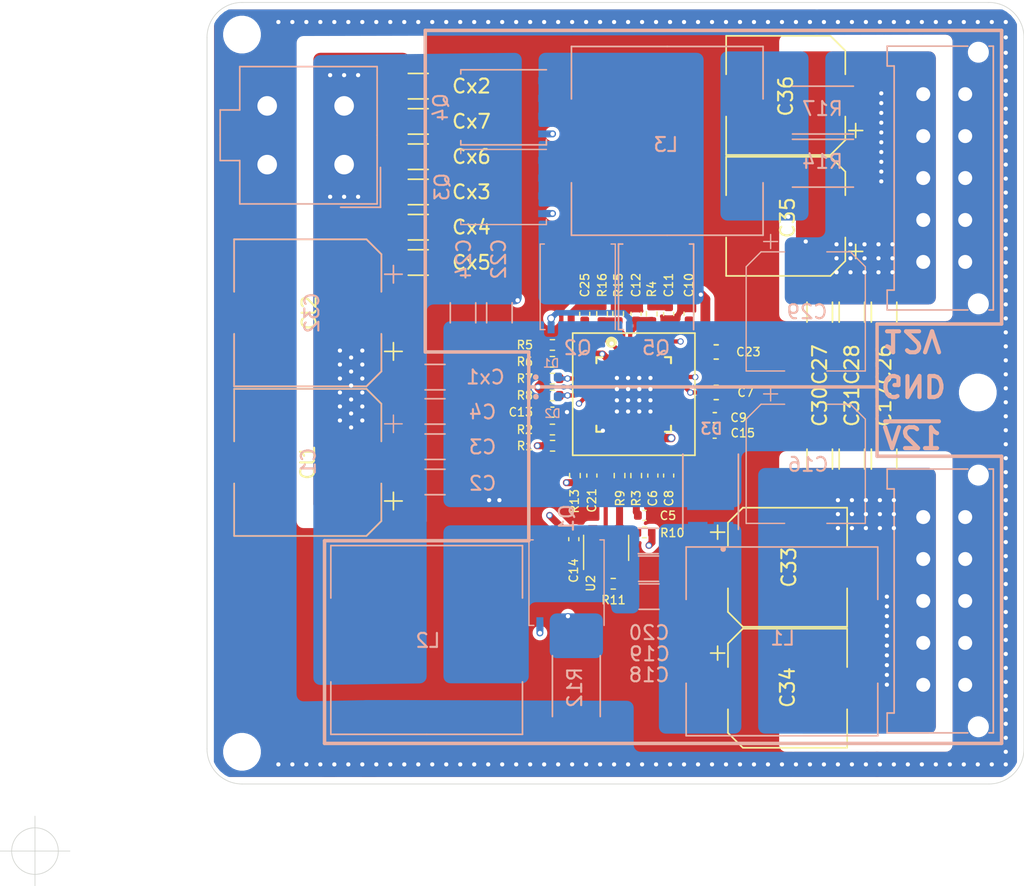
<source format=kicad_pcb>
(kicad_pcb (version 20171130) (host pcbnew "(5.1.8)-1")
  (layers (0 F.Cu signal) (1 In1.Cu signal) (2 In2.Cu signal) (31 B.Cu signal) (34 B.Paste user hide) (35 F.Paste user hide) (36 B.SilkS user) (37 F.SilkS user) (38 B.Mask user hide) (39 F.Mask user hide) (44 Edge.Cuts user))
  (net 0 "")
  (net 1 GND)
  (net 2 VIN)
  (net 3 "Net-(C5-Pad2)")
  (net 4 "Net-(C6-Pad2)")
  (net 5 "Net-(C8-Pad2)")
  (net 6 "Net-(C9-Pad2)")
  (net 7 "Net-(C10-Pad1)")
  (net 8 "Net-(C11-Pad1)")
  (net 9 "Net-(C12-Pad1)")
  (net 10 INTVcc)
  (net 11 "Net-(C15-Pad2)")
  (net 12 "Vout2(-12V)")
  (net 13 "Net-(C18-Pad2)")
  (net 14 "Net-(C18-Pad1)")
  (net 15 "Net-(C21-Pad2)")
  (net 16 "Net-(C23-Pad2)")
  (net 17 "Net-(C23-Pad1)")
  (net 18 "Vout1(12V)")
  (net 19 "Net-(C25-Pad1)")
  (net 20 "Net-(D1-Pad2)")
  (net 21 "Net-(D2-Pad2)")
  (net 22 "Net-(Q1-Pad4)")
  (net 23 "Net-(Q1-Pad1)")
  (net 24 "Net-(Q2-Pad4)")
  (net 25 "Net-(Q3-Pad4)")
  (net 26 RUN)
  (net 27 "Net-(R5-Pad1)")
  (net 28 "Net-(R6-Pad1)")
  (net 29 "Net-(R10-Pad1)")
  (net 30 "Net-(R9-Pad1)")
  (net 31 "Net-(R11-Pad1)")
  (net 32 "Net-(R15-Pad2)")
  (module lib:QFN-32_UH (layer F.Cu) (at 142.8 87.34)
    (fp_text reference U1 (at -1.6024 -3.7548) (layer F.SilkS) (effects (font (size 0.314961 0.314961))))
    (fp_text value LTC3892EUHPBF)
    (pad 33 smd rect (at 0 0) (size 3.55 3.55) (layers F.Cu F.Mask) (net 1 GND))
    (pad 32 smd rect (at -1.75 -2.4524) (size 0.3 0.8048) (layers F.Cu F.Paste F.Mask) (net 18 "Vout1(12V)"))
    (pad 31 smd rect (at -1.25 -2.4524) (size 0.3 0.8048) (layers F.Cu F.Paste F.Mask) (net 19 "Net-(C25-Pad1)"))
    (pad 30 smd rect (at -0.75 -2.4524) (size 0.3 0.8048) (layers F.Cu F.Paste F.Mask) (net 32 "Net-(R15-Pad2)"))
    (pad 29 smd rect (at -0.25 -2.4524) (size 0.3 0.8048) (layers F.Cu F.Paste F.Mask) (net 9 "Net-(C12-Pad1)"))
    (pad 28 smd rect (at 0.25 -2.4524) (size 0.3 0.8048) (layers F.Cu F.Paste F.Mask))
    (pad 27 smd rect (at 0.75 -2.4524) (size 0.3 0.8048) (layers F.Cu F.Paste F.Mask) (net 7 "Net-(C10-Pad1)"))
    (pad 26 smd rect (at 1.25 -2.4524) (size 0.3 0.8048) (layers F.Cu F.Paste F.Mask) (net 25 "Net-(Q3-Pad4)"))
    (pad 25 smd rect (at 1.75 -2.4524) (size 0.3 0.8048) (layers F.Cu F.Paste F.Mask) (net 17 "Net-(C23-Pad1)"))
    (pad 24 smd rect (at 2.4524 -1.75) (size 0.8048 0.3) (layers F.Cu F.Paste F.Mask) (net 16 "Net-(C23-Pad2)"))
    (pad 23 smd rect (at 2.4524 -1.25) (size 0.8048 0.3) (layers F.Cu F.Paste F.Mask) (net 24 "Net-(Q2-Pad4)"))
    (pad 22 smd rect (at 2.4524 -0.75) (size 0.8048 0.3) (layers F.Cu F.Paste F.Mask) (net 2 VIN))
    (pad 21 smd rect (at 2.4524 -0.25) (size 0.8048 0.3) (layers F.Cu F.Paste F.Mask) (net 1 GND))
    (pad 20 smd rect (at 2.4524 0.25) (size 0.8048 0.3) (layers F.Cu F.Paste F.Mask) (net 6 "Net-(C9-Pad2)"))
    (pad 19 smd rect (at 2.4524 0.75) (size 0.8048 0.3) (layers F.Cu F.Paste F.Mask))
    (pad 18 smd rect (at 2.4524 1.25) (size 0.8048 0.3) (layers F.Cu F.Paste F.Mask) (net 11 "Net-(C15-Pad2)"))
    (pad 17 smd rect (at 2.4524 1.75) (size 0.8048 0.3) (layers F.Cu F.Paste F.Mask) (net 1 GND))
    (pad 16 smd rect (at 1.75 2.4524) (size 0.3 0.8048) (layers F.Cu F.Paste F.Mask) (net 22 "Net-(Q1-Pad4)"))
    (pad 15 smd rect (at 1.25 2.4524) (size 0.3 0.8048) (layers F.Cu F.Paste F.Mask) (net 5 "Net-(C8-Pad2)"))
    (pad 14 smd rect (at 0.75 2.4524) (size 0.3 0.8048) (layers F.Cu F.Paste F.Mask) (net 1 GND))
    (pad 13 smd rect (at 0.25 2.4524) (size 0.3 0.8048) (layers F.Cu F.Paste F.Mask) (net 1 GND))
    (pad 12 smd rect (at -0.25 2.4524) (size 0.3 0.8048) (layers F.Cu F.Paste F.Mask) (net 4 "Net-(C6-Pad2)"))
    (pad 11 smd rect (at -0.75 2.4524) (size 0.3 0.8048) (layers F.Cu F.Paste F.Mask) (net 30 "Net-(R9-Pad1)"))
    (pad 10 smd rect (at -1.25 2.4524) (size 0.3 0.8048) (layers F.Cu F.Paste F.Mask) (net 15 "Net-(C21-Pad2)"))
    (pad 9 smd rect (at -1.75 2.4524) (size 0.3 0.8048) (layers F.Cu F.Paste F.Mask) (net 1 GND))
    (pad 8 smd rect (at -2.4524 1.75) (size 0.8048 0.3) (layers F.Cu F.Paste F.Mask))
    (pad 7 smd rect (at -2.4524 1.25) (size 0.8048 0.3) (layers F.Cu F.Paste F.Mask) (net 26 RUN))
    (pad 6 smd rect (at -2.4524 0.75) (size 0.8048 0.3) (layers F.Cu F.Paste F.Mask) (net 26 RUN))
    (pad 5 smd rect (at -2.4524 0.25) (size 0.8048 0.3) (layers F.Cu F.Paste F.Mask) (net 10 INTVcc))
    (pad 4 smd rect (at -2.4524 -0.25) (size 0.8048 0.3) (layers F.Cu F.Paste F.Mask) (net 21 "Net-(D2-Pad2)"))
    (pad 3 smd rect (at -2.4524 -0.75) (size 0.8048 0.3) (layers F.Cu F.Paste F.Mask) (net 20 "Net-(D1-Pad2)"))
    (pad 2 smd rect (at -2.4524 -1.25) (size 0.8048 0.3) (layers F.Cu F.Paste F.Mask) (net 28 "Net-(R6-Pad1)"))
    (pad 1 smd rect (at -2.4524 -1.75) (size 0.8048 0.3) (layers F.Cu F.Paste F.Mask) (net 27 "Net-(R5-Pad1)"))
  )
  (module lib:DIO_PDS360-13 (layer B.Cu) (at 148.3 94.3 180)
    (fp_text reference D3 (at -0.06 4.508) (layer B.SilkS) (effects (font (size 0.8 0.8)) (justify mirror)))
    (fp_text value SBR8U60P5-13)
    (pad 3 smd rect (at 0 1.126 180) (size 3.36 4.86) (layers B.Cu B.Mask) (net 1 GND))
    (pad 2 smd rect (at 0.92 -2.856 180) (size 1.39 1.4) (layers B.Cu B.Paste B.Mask) (net 14 "Net-(C18-Pad1)"))
    (pad 1 smd rect (at -0.92 -2.856 180) (size 1.39 1.4) (layers B.Cu B.Paste B.Mask) (net 14 "Net-(C18-Pad1)"))
  )
  (module Capacitor_SMD:CP_Elec_8x10 (layer F.Cu) (at 153.669999 65.95 180)
    (fp_text reference C36 (at 0 -0.05 90) (layer F.SilkS))
    (fp_text value OPT)
    (pad 2 smd roundrect (at 3.25 0 180) (size 3.5 2.5) (layers F.Cu F.Paste F.Mask) (roundrect_rratio 0.1) (net 1 GND))
    (pad 1 smd roundrect (at -3.25 0 180) (size 3.5 2.5) (layers F.Cu F.Paste F.Mask) (roundrect_rratio 0.1) (net 18 "Vout1(12V)"))
  )
  (module Capacitor_SMD:CP_Elec_8x10 (layer F.Cu) (at 153.67 74.6 180)
    (fp_text reference C35 (at -0.13 -0.1 90) (layer F.SilkS))
    (fp_text value OPT)
    (pad 2 smd roundrect (at 3.25 0 180) (size 3.5 2.5) (layers F.Cu F.Paste F.Mask) (roundrect_rratio 0.1) (net 1 GND))
    (pad 1 smd roundrect (at -3.25 0 180) (size 3.5 2.5) (layers F.Cu F.Paste F.Mask) (roundrect_rratio 0.1) (net 18 "Vout1(12V)"))
  )
  (module Capacitor_SMD:CP_Elec_8x10 (layer F.Cu) (at 153.8 108.35)
    (fp_text reference C34 (at 0 -0.05 90) (layer F.SilkS))
    (fp_text value OPT)
    (pad 2 smd roundrect (at 3.25 0) (size 3.5 2.5) (layers F.Cu F.Paste F.Mask) (roundrect_rratio 0.1) (net 12 "Vout2(-12V)"))
    (pad 1 smd roundrect (at -3.25 0) (size 3.5 2.5) (layers F.Cu F.Paste F.Mask) (roundrect_rratio 0.1) (net 1 GND))
  )
  (module Capacitor_SMD:CP_Elec_8x10 (layer F.Cu) (at 153.8 99.7)
    (fp_text reference C33 (at 0.1 0 90) (layer F.SilkS))
    (fp_text value OPT)
    (pad 2 smd roundrect (at 3.25 0) (size 3.5 2.5) (layers F.Cu F.Paste F.Mask) (roundrect_rratio 0.1) (net 12 "Vout2(-12V)"))
    (pad 1 smd roundrect (at -3.25 0) (size 3.5 2.5) (layers F.Cu F.Paste F.Mask) (roundrect_rratio 0.1) (net 1 GND))
  )
  (module Resistor_SMD:R_2512_6332Metric (layer B.Cu) (at 156.33 67 180)
    (fp_text reference R17 (at 0.03 0.1) (layer B.SilkS) (effects (justify mirror)))
    (fp_text value 8m)
    (pad 2 smd roundrect (at 2.9625 0 180) (size 1.225 3.35) (layers B.Cu B.Paste B.Mask) (roundrect_rratio 0.2040816326530612) (net 19 "Net-(C25-Pad1)"))
    (pad 1 smd roundrect (at -2.9625 0 180) (size 1.225 3.35) (layers B.Cu B.Paste B.Mask) (roundrect_rratio 0.2040816326530612) (net 18 "Vout1(12V)"))
  )
  (module Package_TO_SOT_SMD:TDSON-8-1 (layer B.Cu) (at 144.4 79.64 90)
    (fp_text reference Q5 (at -4.36 0 180) (layer B.SilkS) (effects (justify mirror)))
    (fp_text value BSC028N06LS3)
    (pad 5 smd rect (at 1.05 0 90) (size 4.55 4.41) (layers B.Cu) (net 17 "Net-(C23-Pad1)"))
    (pad 4 smd rect (at -2.9 -1.905 90) (size 0.85 0.5) (layers B.Cu B.Paste B.Mask) (net 24 "Net-(Q2-Pad4)"))
    (pad 3 smd rect (at -2.9 -0.635 90) (size 0.85 0.5) (layers B.Cu B.Paste B.Mask) (net 1 GND))
    (pad 2 smd rect (at -2.9 0.635 90) (size 0.85 0.5) (layers B.Cu B.Paste B.Mask) (net 1 GND))
    (pad 1 smd rect (at -2.9 1.905 90) (size 0.85 0.5) (layers B.Cu B.Paste B.Mask) (net 1 GND))
  )
  (module Package_TO_SOT_SMD:TDSON-8-1 (layer B.Cu) (at 133.5 66.8 180)
    (fp_text reference Q4 (at 4.5 0 90) (layer B.SilkS) (effects (justify mirror)))
    (fp_text value BSC028N06LS3)
    (pad 5 smd rect (at 1.05 0 180) (size 4.55 4.41) (layers B.Cu) (net 2 VIN))
    (pad 4 smd rect (at -2.9 -1.905 180) (size 0.85 0.5) (layers B.Cu B.Paste B.Mask) (net 25 "Net-(Q3-Pad4)"))
    (pad 3 smd rect (at -2.9 -0.635 180) (size 0.85 0.5) (layers B.Cu B.Paste B.Mask) (net 17 "Net-(C23-Pad1)"))
    (pad 2 smd rect (at -2.9 0.635 180) (size 0.85 0.5) (layers B.Cu B.Paste B.Mask) (net 17 "Net-(C23-Pad1)"))
    (pad 1 smd rect (at -2.9 1.905 180) (size 0.85 0.5) (layers B.Cu B.Paste B.Mask) (net 17 "Net-(C23-Pad1)"))
  )
  (module Capacitor_SMD:C_1206_3216Metric (layer F.Cu) (at 127.4 67.81111 180)
    (fp_text reference Cx7 (at -3.804762 0) (layer F.SilkS))
    (fp_text value OPT)
    (pad 2 smd roundrect (at 1.475 0 180) (size 1.15 1.8) (layers F.Cu F.Paste F.Mask) (roundrect_rratio 0.2173904347826087) (net 2 VIN))
    (pad 1 smd roundrect (at -1.475 0 180) (size 1.15 1.8) (layers F.Cu F.Paste F.Mask) (roundrect_rratio 0.2173904347826087) (net 1 GND))
  )
  (module Capacitor_SMD:C_1206_3216Metric (layer F.Cu) (at 127.4 70.333332 180)
    (fp_text reference Cx6 (at -3.804762 0) (layer F.SilkS))
    (fp_text value OPT)
    (pad 2 smd roundrect (at 1.475 0 180) (size 1.15 1.8) (layers F.Cu F.Paste F.Mask) (roundrect_rratio 0.2173904347826087) (net 2 VIN))
    (pad 1 smd roundrect (at -1.475 0 180) (size 1.15 1.8) (layers F.Cu F.Paste F.Mask) (roundrect_rratio 0.2173904347826087) (net 1 GND))
  )
  (module Capacitor_SMD:C_1206_3216Metric (layer F.Cu) (at 127.4 77.9 180)
    (fp_text reference Cx5 (at -3.804762 0) (layer F.SilkS))
    (fp_text value OPT)
    (pad 2 smd roundrect (at 1.475 0 180) (size 1.15 1.8) (layers F.Cu F.Paste F.Mask) (roundrect_rratio 0.2173904347826087) (net 2 VIN))
    (pad 1 smd roundrect (at -1.475 0 180) (size 1.15 1.8) (layers F.Cu F.Paste F.Mask) (roundrect_rratio 0.2173904347826087) (net 1 GND))
  )
  (module Capacitor_SMD:C_1206_3216Metric (layer F.Cu) (at 127.4 75.377776 180)
    (fp_text reference Cx4 (at -3.804762 0) (layer F.SilkS))
    (fp_text value OPT)
    (pad 2 smd roundrect (at 1.475 0 180) (size 1.15 1.8) (layers F.Cu F.Paste F.Mask) (roundrect_rratio 0.2173904347826087) (net 2 VIN))
    (pad 1 smd roundrect (at -1.475 0 180) (size 1.15 1.8) (layers F.Cu F.Paste F.Mask) (roundrect_rratio 0.2173904347826087) (net 1 GND))
  )
  (module Capacitor_SMD:C_1206_3216Metric (layer F.Cu) (at 127.4 72.855554 180)
    (fp_text reference Cx3 (at -3.804762 0) (layer F.SilkS))
    (fp_text value OPT)
    (pad 2 smd roundrect (at 1.475 0 180) (size 1.15 1.8) (layers F.Cu F.Paste F.Mask) (roundrect_rratio 0.2173904347826087) (net 2 VIN))
    (pad 1 smd roundrect (at -1.475 0 180) (size 1.15 1.8) (layers F.Cu F.Paste F.Mask) (roundrect_rratio 0.2173904347826087) (net 1 GND))
  )
  (module Capacitor_SMD:CP_Elec_10x10 (layer F.Cu) (at 119.5 81.5 180)
    (fp_text reference Cl2 (at -0.1 0 90) (layer F.SilkS))
    (fp_text value OPT)
    (pad 2 smd roundrect (at 4 0 180) (size 4 2.5) (layers F.Cu F.Paste F.Mask) (roundrect_rratio 0.1) (net 1 GND))
    (pad 1 smd roundrect (at -4 0 180) (size 4 2.5) (layers F.Cu F.Paste F.Mask) (roundrect_rratio 0.1) (net 2 VIN))
  )
  (module Capacitor_SMD:CP_Elec_10x10 (layer F.Cu) (at 119.5 92.2 180)
    (fp_text reference Cl1 (at 0 0 90) (layer F.SilkS))
    (fp_text value OPT)
    (pad 2 smd roundrect (at 4 0 180) (size 4 2.5) (layers F.Cu F.Paste F.Mask) (roundrect_rratio 0.1) (net 1 GND))
    (pad 1 smd roundrect (at -4 0 180) (size 4 2.5) (layers F.Cu F.Paste F.Mask) (roundrect_rratio 0.1) (net 2 VIN))
  )
  (module Capacitor_SMD:C_0603_1608Metric (layer F.Cu) (at 148.7 84.3)
    (fp_text reference C23 (at 2.3 0) (layer F.SilkS) (effects (font (size 0.6 0.6) (thickness 0.1))))
    (fp_text value 0.1uF)
    (pad 2 smd roundrect (at 0.775 0) (size 0.9 0.95) (layers F.Cu F.Paste F.Mask) (net 16 "Net-(C23-Pad2)"))
    (pad 1 smd roundrect (at -0.775 0) (size 0.9 0.95) (layers F.Cu F.Paste F.Mask) (net 17 "Net-(C23-Pad1)"))
  )
  (module Capacitor_SMD:C_0603_1608Metric (layer F.Cu) (at 148.7 87.2)
    (fp_text reference C7 (at 2.1 0) (layer F.SilkS) (effects (font (size 0.6 0.6) (thickness 0.1))))
    (fp_text value 0.1uF)
    (pad 2 smd roundrect (at 0.775 0) (size 0.9 0.95) (layers F.Cu F.Paste F.Mask) (net 1 GND))
    (pad 1 smd roundrect (at -0.775 0) (size 0.9 0.95) (layers F.Cu F.Paste F.Mask) (net 2 VIN))
  )
  (module Capacitor_SMD:C_1206_3216Metric (layer F.Cu) (at 127.4 65.288888 180)
    (fp_text reference Cx2 (at -3.804762 0) (layer F.SilkS))
    (fp_text value OPT)
    (pad 2 smd roundrect (at 1.475 0 180) (size 1.15 1.8) (layers F.Cu F.Paste F.Mask) (roundrect_rratio 0.2173904347826087) (net 2 VIN))
    (pad 1 smd roundrect (at -1.475 0 180) (size 1.15 1.8) (layers F.Cu F.Paste F.Mask) (roundrect_rratio 0.2173904347826087) (net 1 GND))
  )
  (module Capacitor_SMD:C_1206_3216Metric (layer B.Cu) (at 128.6 86.1 180)
    (fp_text reference Cx1 (at -3.6 0) (layer B.SilkS) (effects (justify mirror)))
    (fp_text value OPT)
    (pad 2 smd roundrect (at 1.475 0 180) (size 1.15 1.8) (layers B.Cu B.Paste B.Mask) (roundrect_rratio 0.2173904347826087) (net 2 VIN))
    (pad 1 smd roundrect (at -1.475 0 180) (size 1.15 1.8) (layers B.Cu B.Paste B.Mask) (roundrect_rratio 0.2173904347826087) (net 1 GND))
  )
  (module Capacitor_SMD:C_1206_3216Metric (layer B.Cu) (at 130.6 81.5 270)
    (fp_text reference C24 (at -3.84 -0.05 90) (layer B.SilkS) (effects (justify mirror)))
    (fp_text value 10uF)
    (pad 2 smd roundrect (at 1.475 0 270) (size 1.15 1.8) (layers B.Cu B.Paste B.Mask) (roundrect_rratio 0.2173904347826087) (net 1 GND))
    (pad 1 smd roundrect (at -1.475 0 270) (size 1.15 1.8) (layers B.Cu B.Paste B.Mask) (roundrect_rratio 0.2173904347826087) (net 2 VIN))
  )
  (module Capacitor_SMD:C_1206_3216Metric (layer B.Cu) (at 133.2 81.5 270)
    (fp_text reference C22 (at -3.839999 0.05 90) (layer B.SilkS) (effects (justify mirror)))
    (fp_text value 10uF)
    (pad 2 smd roundrect (at 1.475 0 270) (size 1.15 1.8) (layers B.Cu B.Paste B.Mask) (roundrect_rratio 0.2173904347826087) (net 1 GND))
    (pad 1 smd roundrect (at -1.475 0 270) (size 1.15 1.8) (layers B.Cu B.Paste B.Mask) (roundrect_rratio 0.2173904347826087) (net 2 VIN))
  )
  (module Capacitor_SMD:C_1206_3216Metric (layer B.Cu) (at 143.865 99.8 180)
    (fp_text reference C20 (at -0.035 -4.58) (layer B.SilkS) (effects (justify mirror)))
    (fp_text value 10uF)
    (pad 2 smd roundrect (at 1.475 0 180) (size 1.15 1.8) (layers B.Cu B.Paste B.Mask) (roundrect_rratio 0.2173904347826087) (net 13 "Net-(C18-Pad2)"))
    (pad 1 smd roundrect (at -1.475 0 180) (size 1.15 1.8) (layers B.Cu B.Paste B.Mask) (roundrect_rratio 0.2173904347826087) (net 14 "Net-(C18-Pad1)"))
  )
  (module Capacitor_SMD:C_1206_3216Metric (layer B.Cu) (at 143.9 101.8 180)
    (fp_text reference C19 (at -0.035 -4.1) (layer B.SilkS) (effects (justify mirror)))
    (fp_text value 10uF)
    (pad 2 smd roundrect (at 1.475 0 180) (size 1.15 1.8) (layers B.Cu B.Paste B.Mask) (roundrect_rratio 0.2173904347826087) (net 13 "Net-(C18-Pad2)"))
    (pad 1 smd roundrect (at -1.475 0 180) (size 1.15 1.8) (layers B.Cu B.Paste B.Mask) (roundrect_rratio 0.2173904347826087) (net 14 "Net-(C18-Pad1)"))
  )
  (module Capacitor_SMD:C_1206_3216Metric (layer B.Cu) (at 143.84 97.82 180)
    (fp_text reference C18 (at -0.06 -9.58) (layer B.SilkS) (effects (justify mirror)))
    (fp_text value 10uF)
    (pad 2 smd roundrect (at 1.475 0 180) (size 1.15 1.8) (layers B.Cu B.Paste B.Mask) (roundrect_rratio 0.2173904347826087) (net 13 "Net-(C18-Pad2)"))
    (pad 1 smd roundrect (at -1.475 0 180) (size 1.15 1.8) (layers B.Cu B.Paste B.Mask) (roundrect_rratio 0.2173904347826087) (net 14 "Net-(C18-Pad1)"))
  )
  (module Capacitor_SMD:C_1206_3216Metric (layer B.Cu) (at 128.6 88.555556)
    (fp_text reference C4 (at 3.4 0.044444 180) (layer B.SilkS) (effects (justify mirror)))
    (fp_text value 2.2uF)
    (pad 2 smd roundrect (at 1.475 0) (size 1.15 1.8) (layers B.Cu B.Paste B.Mask) (roundrect_rratio 0.2173904347826087) (net 1 GND))
    (pad 1 smd roundrect (at -1.475 0) (size 1.15 1.8) (layers B.Cu B.Paste B.Mask) (roundrect_rratio 0.2173904347826087) (net 2 VIN))
  )
  (module Capacitor_SMD:C_1206_3216Metric (layer B.Cu) (at 128.6 91.077778)
    (fp_text reference C3 (at 3.4 0.022222 180) (layer B.SilkS) (effects (justify mirror)))
    (fp_text value 2.2uF)
    (pad 2 smd roundrect (at 1.475 0) (size 1.15 1.8) (layers B.Cu B.Paste B.Mask) (roundrect_rratio 0.2173904347826087) (net 1 GND))
    (pad 1 smd roundrect (at -1.475 0) (size 1.15 1.8) (layers B.Cu B.Paste B.Mask) (roundrect_rratio 0.2173904347826087) (net 2 VIN))
  )
  (module Capacitor_SMD:C_1206_3216Metric (layer B.Cu) (at 128.6 93.6)
    (fp_text reference C2 (at 3.4 0.1) (layer B.SilkS) (effects (justify mirror)))
    (fp_text value 2.2uF)
    (pad 2 smd roundrect (at 1.475 0) (size 1.15 1.8) (layers B.Cu B.Paste B.Mask) (roundrect_rratio 0.2173904347826087) (net 1 GND))
    (pad 1 smd roundrect (at -1.475 0) (size 1.15 1.8) (layers B.Cu B.Paste B.Mask) (roundrect_rratio 0.2173904347826087) (net 2 VIN))
  )
  (module Capacitor_SMD:C_1206_3216Metric (layer F.Cu) (at 158.4 91.9625 270)
    (fp_text reference C31 (at -3.7625 0 270) (layer F.SilkS))
    (fp_text value 10uF)
    (pad 2 smd roundrect (at 1.475 0 270) (size 1.15 1.8) (layers F.Cu F.Paste F.Mask) (roundrect_rratio 0.2173904347826087) (net 12 "Vout2(-12V)"))
    (pad 1 smd roundrect (at -1.475 0 270) (size 1.15 1.8) (layers F.Cu F.Paste F.Mask) (roundrect_rratio 0.2173904347826087) (net 1 GND))
  )
  (module Capacitor_SMD:C_1206_3216Metric (layer F.Cu) (at 156.1 91.9625 270)
    (fp_text reference C30 (at -3.7625 0 270) (layer F.SilkS))
    (fp_text value 10uF)
    (pad 2 smd roundrect (at 1.475 0 270) (size 1.15 1.8) (layers F.Cu F.Paste F.Mask) (roundrect_rratio 0.2173904347826087) (net 12 "Vout2(-12V)"))
    (pad 1 smd roundrect (at -1.475 0 270) (size 1.15 1.8) (layers F.Cu F.Paste F.Mask) (roundrect_rratio 0.2173904347826087) (net 1 GND))
  )
  (module Capacitor_SMD:C_1206_3216Metric (layer F.Cu) (at 158.4 81.4525 90)
    (fp_text reference C28 (at -3.7475 0 270) (layer F.SilkS))
    (fp_text value 10uF)
    (pad 2 smd roundrect (at 1.475 0 90) (size 1.15 1.8) (layers F.Cu F.Paste F.Mask) (roundrect_rratio 0.2173904347826087) (net 18 "Vout1(12V)"))
    (pad 1 smd roundrect (at -1.475 0 90) (size 1.15 1.8) (layers F.Cu F.Paste F.Mask) (roundrect_rratio 0.2173904347826087) (net 1 GND))
  )
  (module Capacitor_SMD:C_1206_3216Metric (layer F.Cu) (at 156.1 81.4525 90)
    (fp_text reference C27 (at -3.7475 0 270) (layer F.SilkS))
    (fp_text value 10uF)
    (pad 2 smd roundrect (at 1.475 0 90) (size 1.15 1.8) (layers F.Cu F.Paste F.Mask) (roundrect_rratio 0.2173904347826087) (net 18 "Vout1(12V)"))
    (pad 1 smd roundrect (at -1.475 0 90) (size 1.15 1.8) (layers F.Cu F.Paste F.Mask) (roundrect_rratio 0.2173904347826087) (net 1 GND))
  )
  (module Capacitor_SMD:C_1206_3216Metric (layer F.Cu) (at 160.7 81.4525 90)
    (fp_text reference C26 (at -3.7475 0 270) (layer F.SilkS))
    (fp_text value 10uF)
    (pad 2 smd roundrect (at 1.475 0 90) (size 1.15 1.8) (layers F.Cu F.Paste F.Mask) (roundrect_rratio 0.2173904347826087) (net 18 "Vout1(12V)"))
    (pad 1 smd roundrect (at -1.475 0 90) (size 1.15 1.8) (layers F.Cu F.Paste F.Mask) (roundrect_rratio 0.2173904347826087) (net 1 GND))
  )
  (module Capacitor_SMD:C_1206_3216Metric (layer F.Cu) (at 160.699999 91.9625 270)
    (fp_text reference C17 (at -3.7625 0 270) (layer F.SilkS))
    (fp_text value 10uF)
    (pad 2 smd roundrect (at 1.475 0 270) (size 1.15 1.8) (layers F.Cu F.Paste F.Mask) (roundrect_rratio 0.2173904347826087) (net 12 "Vout2(-12V)"))
    (pad 1 smd roundrect (at -1.475 0 270) (size 1.15 1.8) (layers F.Cu F.Paste F.Mask) (roundrect_rratio 0.2173904347826087) (net 1 GND))
  )
  (module Capacitor_SMD:C_0402_1005Metric (layer F.Cu) (at 148.6 89 180)
    (fp_text reference C9 (at -1.7 0) (layer F.SilkS) (effects (font (size 0.6 0.6) (thickness 0.1))))
    (fp_text value 4.7uF)
    (pad 2 smd roundrect (at 0.48 0 180) (size 0.56 0.62) (layers F.Cu F.Paste F.Mask) (net 6 "Net-(C9-Pad2)"))
    (pad 1 smd roundrect (at -0.48 0 180) (size 0.56 0.62) (layers F.Cu F.Paste F.Mask) (net 1 GND))
  )
  (module MountingHole:MountingHole_2.2mm_M2 (layer F.Cu) (at 167.4 87.2)
    (fp_text reference H3 hide)
    (fp_text value MountingHole)
    (pad 1 np_thru_hole circle (at 0 0) (size 2.2 2.2) (drill 2.2) (layers *.Cu *.Mask))
  )
  (module MountingHole:MountingHole_2.2mm_M2 (layer F.Cu) (at 114.8 61.6)
    (fp_text reference H2 hide)
    (fp_text value MountingHole)
    (pad 1 np_thru_hole circle (at 0 0) (size 2.2 2.2) (drill 2.2) (layers *.Cu *.Mask))
  )
  (module MountingHole:MountingHole_2.2mm_M2 (layer F.Cu) (at 114.8 112.9)
    (fp_text reference H1 hide)
    (fp_text value MountingHole)
    (pad 1 np_thru_hole circle (at 0 0) (size 2.2 2.2) (drill 2.2) (layers *.Cu *.Mask))
  )
  (module Connector_Molex:Molex_Mini-Fit_Jr_5566-04A_2x02_P4.20mm_Vertical (layer B.Cu) (at 122.1 70.9 90)
    (fp_text reference J3 hide)
    (fp_text value Conn_01x02)
    (pad 4 thru_hole oval (at 4.2 -5.5 90) (size 2.7 3.3) (drill 1.4) (layers *.Cu *.Mask) (net 1 GND))
    (pad 3 thru_hole oval (at 0 -5.5 90) (size 2.7 3.3) (drill 1.4) (layers *.Cu *.Mask) (net 1 GND))
    (pad 2 thru_hole oval (at 4.2 0 90) (size 2.7 3.3) (drill 1.4) (layers *.Cu *.Mask) (net 2 VIN))
    (pad 1 thru_hole roundrect (at 0 0 90) (size 2.7 3.3) (drill 1.4) (layers *.Cu *.Mask) (roundrect_rratio 0.09259296296296296) (net 2 VIN))
  )
  (module Connector_Molex:Molex_Micro-Fit_3.0_43045-1012_2x05_P3.00mm_Vertical (layer B.Cu) (at 163.5 96.11 270)
    (fp_text reference J2 hide)
    (fp_text value Conn_02x05_Top_Bottom)
    (pad 10 thru_hole circle (at 12 -3 270) (size 1.5 1.5) (drill 1) (layers *.Cu *.Mask) (net 1 GND))
    (pad 9 thru_hole circle (at 9 -3 270) (size 1.5 1.5) (drill 1) (layers *.Cu *.Mask) (net 1 GND))
    (pad 8 thru_hole circle (at 6 -3 270) (size 1.5 1.5) (drill 1) (layers *.Cu *.Mask) (net 1 GND))
    (pad 7 thru_hole circle (at 3 -3 270) (size 1.5 1.5) (drill 1) (layers *.Cu *.Mask) (net 1 GND))
    (pad 6 thru_hole circle (at 0 -3 270) (size 1.5 1.5) (drill 1) (layers *.Cu *.Mask) (net 1 GND))
    (pad 5 thru_hole circle (at 12 0 270) (size 1.5 1.5) (drill 1) (layers *.Cu *.Mask) (net 12 "Vout2(-12V)"))
    (pad 4 thru_hole circle (at 9 0 270) (size 1.5 1.5) (drill 1) (layers *.Cu *.Mask) (net 12 "Vout2(-12V)"))
    (pad 3 thru_hole circle (at 6 0 270) (size 1.5 1.5) (drill 1) (layers *.Cu *.Mask) (net 12 "Vout2(-12V)"))
    (pad 2 thru_hole circle (at 3 0 270) (size 1.5 1.5) (drill 1) (layers *.Cu *.Mask) (net 12 "Vout2(-12V)"))
    (pad 1 thru_hole roundrect (at 0 0 270) (size 1.5 1.5) (drill 1) (layers *.Cu *.Mask) (roundrect_rratio 0.1666666666666667) (net 12 "Vout2(-12V)"))
    (pad "" np_thru_hole circle (at 15 -3.94 270) (size 1 1) (drill 1) (layers *.Cu *.Mask))
    (pad "" np_thru_hole circle (at -3 -3.94 270) (size 1 1) (drill 1) (layers *.Cu *.Mask))
  )
  (module Connector_Molex:Molex_Micro-Fit_3.0_43045-1012_2x05_P3.00mm_Vertical (layer B.Cu) (at 163.5 65.86 270)
    (fp_text reference J1 hide)
    (fp_text value Conn_02x05_Top_Bottom)
    (pad 10 thru_hole circle (at 12 -3 270) (size 1.5 1.5) (drill 1) (layers *.Cu *.Mask) (net 1 GND))
    (pad 9 thru_hole circle (at 9 -3 270) (size 1.5 1.5) (drill 1) (layers *.Cu *.Mask) (net 1 GND))
    (pad 8 thru_hole circle (at 6 -3 270) (size 1.5 1.5) (drill 1) (layers *.Cu *.Mask) (net 1 GND))
    (pad 7 thru_hole circle (at 3 -3 270) (size 1.5 1.5) (drill 1) (layers *.Cu *.Mask) (net 1 GND))
    (pad 6 thru_hole circle (at 0 -3 270) (size 1.5 1.5) (drill 1) (layers *.Cu *.Mask) (net 1 GND))
    (pad 5 thru_hole circle (at 12 0 270) (size 1.5 1.5) (drill 1) (layers *.Cu *.Mask) (net 18 "Vout1(12V)"))
    (pad 4 thru_hole circle (at 9 0 270) (size 1.5 1.5) (drill 1) (layers *.Cu *.Mask) (net 18 "Vout1(12V)"))
    (pad 3 thru_hole circle (at 6 0 270) (size 1.5 1.5) (drill 1) (layers *.Cu *.Mask) (net 18 "Vout1(12V)"))
    (pad 2 thru_hole circle (at 3 0 270) (size 1.5 1.5) (drill 1) (layers *.Cu *.Mask) (net 18 "Vout1(12V)"))
    (pad 1 thru_hole roundrect (at 0 0 270) (size 1.5 1.5) (drill 1) (layers *.Cu *.Mask) (roundrect_rratio 0.1666666666666667) (net 18 "Vout1(12V)"))
    (pad "" np_thru_hole circle (at 15 -3.94 270) (size 1 1) (drill 1) (layers *.Cu *.Mask))
    (pad "" np_thru_hole circle (at -3 -3.94 270) (size 1 1) (drill 1) (layers *.Cu *.Mask))
  )
  (module Capacitor_SMD:CP_Elec_10x10 (layer B.Cu) (at 119.5 81.5 180)
    (fp_text reference C32 (at -0.3 0 90) (layer B.SilkS) (effects (justify mirror)))
    (fp_text value 47uF)
    (pad 2 smd roundrect (at 4 0 180) (size 4 2.5) (layers B.Cu B.Paste B.Mask) (roundrect_rratio 0.1) (net 1 GND))
    (pad 1 smd roundrect (at -4 0 180) (size 4 2.5) (layers B.Cu B.Paste B.Mask) (roundrect_rratio 0.1) (net 2 VIN))
  )
  (module Inductor_SMD:L_Wuerth_HCM-1350 (layer B.Cu) (at 153.4 105 180)
    (fp_text reference L1 (at -0.05 0.22) (layer B.SilkS) (effects (justify mirror)))
    (fp_text value 18uH)
    (pad 2 smd rect (at 5.45 0 180) (size 2.9 5.4) (layers B.Cu B.Paste B.Mask) (net 14 "Net-(C18-Pad1)"))
    (pad 1 smd rect (at -5.45 0 180) (size 2.9 5.4) (layers B.Cu B.Paste B.Mask) (net 12 "Vout2(-12V)"))
  )
  (module Resistor_SMD:R_2512_6332Metric (layer B.Cu) (at 156.33 70.8 180)
    (fp_text reference R14 (at 0.03 0.12) (layer B.SilkS) (effects (justify mirror)))
    (fp_text value 8m)
    (pad 2 smd roundrect (at 2.9625 0 180) (size 1.225 3.35) (layers B.Cu B.Paste B.Mask) (roundrect_rratio 0.2040808163265306) (net 19 "Net-(C25-Pad1)"))
    (pad 1 smd roundrect (at -2.9625 0 180) (size 1.225 3.35) (layers B.Cu B.Paste B.Mask) (roundrect_rratio 0.2040808163265306) (net 18 "Vout1(12V)"))
  )
  (module Resistor_SMD:R_2512_6332Metric (layer B.Cu) (at 138.7 108.2 270)
    (fp_text reference R12 (at 0.1 0.11 270) (layer B.SilkS) (effects (justify mirror)))
    (fp_text value 5m)
    (pad 2 smd roundrect (at 2.9625 0 270) (size 1.225 3.35) (layers B.Cu B.Paste B.Mask) (roundrect_rratio 0.2040808163265306) (net 1 GND))
    (pad 1 smd roundrect (at -2.9625 0 270) (size 1.225 3.35) (layers B.Cu B.Paste B.Mask) (roundrect_rratio 0.2040808163265306) (net 23 "Net-(Q1-Pad1)"))
  )
  (module Package_TO_SOT_SMD:TDSON-8-1 (layer B.Cu) (at 138 100.8 90)
    (fp_text reference Q1 (at 4.6 0 270) (layer B.SilkS) (effects (justify mirror)))
    (fp_text value BSC028N06LS3)
    (pad 5 smd rect (at 1.05 0 90) (size 4.55 4.41) (layers B.Cu) (net 13 "Net-(C18-Pad2)"))
    (pad 4 smd rect (at -2.9 -1.905 90) (size 0.85 0.5) (layers B.Cu B.Paste B.Mask) (net 22 "Net-(Q1-Pad4)"))
    (pad 3 smd rect (at -2.9 -0.635 90) (size 0.85 0.5) (layers B.Cu B.Paste B.Mask) (net 23 "Net-(Q1-Pad1)"))
    (pad 2 smd rect (at -2.9 0.635 90) (size 0.85 0.5) (layers B.Cu B.Paste B.Mask) (net 23 "Net-(Q1-Pad1)"))
    (pad 1 smd rect (at -2.9 1.905 90) (size 0.85 0.5) (layers B.Cu B.Paste B.Mask) (net 23 "Net-(Q1-Pad1)"))
  )
  (module Inductor_SMD:L_Wuerth_HCM-1350 (layer B.Cu) (at 145.2 69.2)
    (fp_text reference L3 (at -0.1 0.27) (layer B.SilkS) (effects (justify mirror)))
    (fp_text value 6.8uH)
    (pad 2 smd rect (at 5.45 0) (size 2.9 5.4) (layers B.Cu B.Paste B.Mask) (net 19 "Net-(C25-Pad1)"))
    (pad 1 smd rect (at -5.45 0) (size 2.9 5.4) (layers B.Cu B.Paste B.Mask) (net 17 "Net-(C23-Pad1)"))
  )
  (module Inductor_SMD:L_Wuerth_HCM-1350 (layer B.Cu) (at 128 104.9)
    (fp_text reference L2 (at 0.09 0.04) (layer B.SilkS) (effects (justify mirror)))
    (fp_text value 18uH)
    (pad 2 smd rect (at 5.45 0) (size 2.9 5.4) (layers B.Cu B.Paste B.Mask) (net 13 "Net-(C18-Pad2)"))
    (pad 1 smd rect (at -5.45 0) (size 2.9 5.4) (layers B.Cu B.Paste B.Mask) (net 2 VIN))
  )
  (module Capacitor_SMD:CP_Elec_8x10 (layer B.Cu) (at 155.1 81.4 270)
    (fp_text reference C29 (at 0.03 -0.09) (layer B.SilkS) (effects (justify mirror)))
    (fp_text value 150uF)
    (pad 2 smd roundrect (at 3.25 0 270) (size 3.5 2.5) (layers B.Cu B.Paste B.Mask) (roundrect_rratio 0.1) (net 1 GND))
    (pad 1 smd roundrect (at -3.25 0 270) (size 3.5 2.5) (layers B.Cu B.Paste B.Mask) (roundrect_rratio 0.1) (net 18 "Vout1(12V)"))
  )
  (module Package_TO_SOT_SMD:SOT-23-5 (layer F.Cu) (at 140.83 98.309999 90)
    (fp_text reference U2 (at -2.540001 -1.1 90) (layer F.SilkS) (effects (font (size 0.6 0.6) (thickness 0.1))))
    (fp_text value LT1797)
    (pad 1 smd rect (at -1.1 -0.95 90) (size 1.06 0.65) (layers F.Cu F.Paste F.Mask) (net 30 "Net-(R9-Pad1)"))
    (pad 2 smd rect (at -1.1 0 90) (size 1.06 0.65) (layers F.Cu F.Paste F.Mask) (net 1 GND))
    (pad 3 smd rect (at -1.1 0.95 90) (size 1.06 0.65) (layers F.Cu F.Paste F.Mask) (net 31 "Net-(R11-Pad1)"))
    (pad 4 smd rect (at 1.1 0.95 90) (size 1.06 0.65) (layers F.Cu F.Paste F.Mask) (net 29 "Net-(R10-Pad1)"))
    (pad 5 smd rect (at 1.1 -0.95 90) (size 1.06 0.65) (layers F.Cu F.Paste F.Mask) (net 10 INTVcc))
  )
  (module Resistor_SMD:R_0402_1005Metric (layer F.Cu) (at 140.54 81.57 90)
    (fp_text reference R16 (at 2.05 0.008333 90) (layer F.SilkS) (effects (font (size 0.6 0.6) (thickness 0.1))))
    (fp_text value 100K)
    (pad 2 smd roundrect (at 0.51 0 90) (size 0.54 0.64) (layers F.Cu F.Paste F.Mask) (net 18 "Vout1(12V)"))
    (pad 1 smd roundrect (at -0.51 0 90) (size 0.54 0.64) (layers F.Cu F.Paste F.Mask) (net 32 "Net-(R15-Pad2)"))
  )
  (module Resistor_SMD:R_0402_1005Metric (layer F.Cu) (at 141.69 81.57 270)
    (fp_text reference R15 (at -2.05 -0.01 90) (layer F.SilkS) (effects (font (size 0.6 0.6) (thickness 0.1))))
    (fp_text value 7.15K)
    (pad 2 smd roundrect (at 0.51 0 270) (size 0.54 0.64) (layers F.Cu F.Paste F.Mask) (net 32 "Net-(R15-Pad2)"))
    (pad 1 smd roundrect (at -0.51 0 270) (size 0.54 0.64) (layers F.Cu F.Paste F.Mask) (net 1 GND))
  )
  (module Resistor_SMD:R_0402_1005Metric (layer F.Cu) (at 138.6 93.14 90)
    (fp_text reference R13 (at -1.84 -0.03 90) (layer F.SilkS) (effects (font (size 0.6 0.6) (thickness 0.1))))
    (fp_text value 150R)
    (pad 2 smd roundrect (at 0.51 0 90) (size 0.54 0.64) (layers F.Cu F.Paste F.Mask) (net 15 "Net-(C21-Pad2)"))
    (pad 1 smd roundrect (at -0.51 0 90) (size 0.54 0.64) (layers F.Cu F.Paste F.Mask) (net 23 "Net-(Q1-Pad1)"))
  )
  (module Resistor_SMD:R_0402_1005Metric (layer F.Cu) (at 141.34 100.879999 180)
    (fp_text reference R11 (at -0.02 -1.16) (layer F.SilkS) (effects (font (size 0.6 0.6) (thickness 0.1))))
    (fp_text value 4.75K)
    (pad 2 smd roundrect (at 0.51 0 180) (size 0.54 0.64) (layers F.Cu F.Paste F.Mask) (net 1 GND))
    (pad 1 smd roundrect (at -0.51 0 180) (size 0.54 0.64) (layers F.Cu F.Paste F.Mask) (net 31 "Net-(R11-Pad1)"))
  )
  (module Resistor_SMD:R_0402_1005Metric (layer F.Cu) (at 143.58 97.21)
    (fp_text reference R10 (at 1.98 0.03) (layer F.SilkS) (effects (font (size 0.6 0.6) (thickness 0.1))))
    (fp_text value 76.8K)
    (pad 2 smd roundrect (at 0.51 0) (size 0.54 0.64) (layers F.Cu F.Paste F.Mask) (net 12 "Vout2(-12V)"))
    (pad 1 smd roundrect (at -0.51 0) (size 0.54 0.64) (layers F.Cu F.Paste F.Mask) (net 29 "Net-(R10-Pad1)"))
  )
  (module Resistor_SMD:R_0402_1005Metric (layer F.Cu) (at 141.79 93.14 270)
    (fp_text reference R9 (at 1.624286 -0.04 90) (layer F.SilkS) (effects (font (size 0.6 0.6) (thickness 0.1))))
    (fp_text value 5.11K)
    (pad 1 smd roundrect (at -0.51 0 270) (size 0.54 0.64) (layers F.Cu F.Paste F.Mask) (net 30 "Net-(R9-Pad1)"))
    (pad 2 smd roundrect (at 0.51 0 270) (size 0.54 0.64) (layers F.Cu F.Paste F.Mask) (net 29 "Net-(R10-Pad1)"))
  )
  (module Resistor_SMD:R_0402_1005Metric (layer F.Cu) (at 136.99 87.409999)
    (fp_text reference R8 (at -1.97 -0.005001) (layer F.SilkS) (effects (font (size 0.6 0.6) (thickness 0.1))))
    (fp_text value 2K)
    (pad 2 smd roundrect (at 0.51 0) (size 0.54 0.64) (layers F.Cu F.Paste F.Mask) (net 21 "Net-(D2-Pad2)"))
    (pad 1 smd roundrect (at -0.51 0) (size 0.54 0.64) (layers F.Cu F.Paste F.Mask) (net 10 INTVcc))
  )
  (module Resistor_SMD:R_0402_1005Metric (layer F.Cu) (at 136.99 86.206666)
    (fp_text reference R7 (at -1.97 -0.003334) (layer F.SilkS) (effects (font (size 0.6 0.6) (thickness 0.1))))
    (fp_text value 2K)
    (pad 2 smd roundrect (at 0.51 0) (size 0.54 0.64) (layers F.Cu F.Paste F.Mask) (net 20 "Net-(D1-Pad2)"))
    (pad 1 smd roundrect (at -0.51 0) (size 0.54 0.64) (layers F.Cu F.Paste F.Mask) (net 10 INTVcc))
  )
  (module Resistor_SMD:R_0402_1005Metric (layer F.Cu) (at 136.99 85.003333 180)
    (fp_text reference R6 (at 1.97 0.001667) (layer F.SilkS) (effects (font (size 0.6 0.6) (thickness 0.1))))
    (fp_text value 100K)
    (pad 2 smd roundrect (at 0.51 0 180) (size 0.54 0.64) (layers F.Cu F.Paste F.Mask) (net 10 INTVcc))
    (pad 1 smd roundrect (at -0.51 0 180) (size 0.54 0.64) (layers F.Cu F.Paste F.Mask) (net 28 "Net-(R6-Pad1)"))
  )
  (module Resistor_SMD:R_0402_1005Metric (layer F.Cu) (at 136.99 83.8 180)
    (fp_text reference R5 (at 1.97 0) (layer F.SilkS) (effects (font (size 0.6 0.6) (thickness 0.1))))
    (fp_text value 100K)
    (pad 2 smd roundrect (at 0.51 0 180) (size 0.54 0.64) (layers F.Cu F.Paste F.Mask) (net 1 GND))
    (pad 1 smd roundrect (at -0.51 0 180) (size 0.54 0.64) (layers F.Cu F.Paste F.Mask) (net 27 "Net-(R5-Pad1)"))
  )
  (module Resistor_SMD:R_0402_1005Metric (layer F.Cu) (at 144.09 81.57 90)
    (fp_text reference R4 (at 1.764286 0 90) (layer F.SilkS) (effects (font (size 0.6 0.6) (thickness 0.1))))
    (fp_text value 34.8K)
    (pad 2 smd roundrect (at 0.51 0 90) (size 0.54 0.64) (layers F.Cu F.Paste F.Mask) (net 8 "Net-(C11-Pad1)"))
    (pad 1 smd roundrect (at -0.51 0 90) (size 0.54 0.64) (layers F.Cu F.Paste F.Mask) (net 9 "Net-(C12-Pad1)"))
  )
  (module Resistor_SMD:R_0402_1005Metric (layer F.Cu) (at 142.98 93.14 90)
    (fp_text reference R3 (at -1.624286 0 90) (layer F.SilkS) (effects (font (size 0.6 0.6) (thickness 0.1))))
    (fp_text value 7.5K)
    (pad 2 smd roundrect (at 0.51 0 90) (size 0.54 0.64) (layers F.Cu F.Paste F.Mask) (net 4 "Net-(C6-Pad2)"))
    (pad 1 smd roundrect (at -0.51 0 90) (size 0.54 0.64) (layers F.Cu F.Paste F.Mask) (net 3 "Net-(C5-Pad2)"))
  )
  (module Resistor_SMD:R_0402_1005Metric (layer F.Cu) (at 136.99 89.85)
    (fp_text reference R2 (at -1.97 0.01) (layer F.SilkS) (effects (font (size 0.6 0.6) (thickness 0.1))))
    (fp_text value 237K)
    (pad 2 smd roundrect (at 0.51 0) (size 0.54 0.64) (layers F.Cu F.Paste F.Mask) (net 26 RUN))
    (pad 1 smd roundrect (at -0.51 0) (size 0.54 0.64) (layers F.Cu F.Paste F.Mask) (net 1 GND))
  )
  (module Resistor_SMD:R_0402_1005Metric (layer F.Cu) (at 137 91.01 180)
    (fp_text reference R1 (at 1.97 -0.011665) (layer F.SilkS) (effects (font (size 0.6 0.6) (thickness 0.1))))
    (fp_text value 1M)
    (pad 2 smd roundrect (at 0.51 0 180) (size 0.54 0.64) (layers F.Cu F.Paste F.Mask) (net 2 VIN))
    (pad 1 smd roundrect (at -0.51 0 180) (size 0.54 0.64) (layers F.Cu F.Paste F.Mask) (net 26 RUN))
  )
  (module Package_TO_SOT_SMD:TDSON-8-1 (layer B.Cu) (at 133.5 72.5 180)
    (fp_text reference Q3 (at 4.4 0 270) (layer B.SilkS) (effects (justify mirror)))
    (fp_text value BSC028N06LS3)
    (pad 5 smd rect (at 1.05 0 180) (size 4.55 4.41) (layers B.Cu) (net 2 VIN))
    (pad 4 smd rect (at -2.9 -1.905 180) (size 0.85 0.5) (layers B.Cu B.Paste B.Mask) (net 25 "Net-(Q3-Pad4)"))
    (pad 3 smd rect (at -2.9 -0.635 180) (size 0.85 0.5) (layers B.Cu B.Paste B.Mask) (net 17 "Net-(C23-Pad1)"))
    (pad 2 smd rect (at -2.9 0.635 180) (size 0.85 0.5) (layers B.Cu B.Paste B.Mask) (net 17 "Net-(C23-Pad1)"))
    (pad 1 smd rect (at -2.9 1.905 180) (size 0.85 0.5) (layers B.Cu B.Paste B.Mask) (net 17 "Net-(C23-Pad1)"))
  )
  (module Package_TO_SOT_SMD:TDSON-8-1 (layer B.Cu) (at 138.8 79.64 90)
    (fp_text reference Q2 (at -4.36 0 180) (layer B.SilkS) (effects (justify mirror)))
    (fp_text value BSC028N06LS3)
    (pad 5 smd rect (at 1.05 0 90) (size 4.55 4.41) (layers B.Cu) (net 17 "Net-(C23-Pad1)"))
    (pad 4 smd rect (at -2.9 -1.905 90) (size 0.85 0.5) (layers B.Cu B.Paste B.Mask) (net 24 "Net-(Q2-Pad4)"))
    (pad 3 smd rect (at -2.9 -0.635 90) (size 0.85 0.5) (layers B.Cu B.Paste B.Mask) (net 1 GND))
    (pad 2 smd rect (at -2.9 0.635 90) (size 0.85 0.5) (layers B.Cu B.Paste B.Mask) (net 1 GND))
    (pad 1 smd rect (at -2.9 1.905 90) (size 0.85 0.5) (layers B.Cu B.Paste B.Mask) (net 1 GND))
  )
  (module LED_SMD:LED_0402_1005Metric (layer B.Cu) (at 136.9 87.5)
    (fp_text reference D2 (at 0.1 1.2) (layer B.SilkS) (effects (font (size 0.6 0.6) (thickness 0.1)) (justify mirror)))
    (fp_text value LED)
    (pad 2 smd roundrect (at 0.485 0) (size 0.59 0.64) (layers B.Cu B.Paste B.Mask) (net 21 "Net-(D2-Pad2)"))
    (pad 1 smd roundrect (at -0.485 0) (size 0.59 0.64) (layers B.Cu B.Paste B.Mask) (net 1 GND))
  )
  (module LED_SMD:LED_0402_1005Metric (layer B.Cu) (at 136.9 86.1)
    (fp_text reference D1 (at 0 -0.989949) (layer B.SilkS) (effects (font (size 0.6 0.6) (thickness 0.1)) (justify mirror)))
    (fp_text value LED)
    (pad 2 smd roundrect (at 0.485 0) (size 0.59 0.64) (layers B.Cu B.Paste B.Mask) (net 20 "Net-(D1-Pad2)"))
    (pad 1 smd roundrect (at -0.485 0) (size 0.59 0.64) (layers B.Cu B.Paste B.Mask) (net 1 GND))
  )
  (module Capacitor_SMD:C_0402_1005Metric (layer F.Cu) (at 139.3 81.57 90)
    (fp_text reference C25 (at 2.05 0.01 90) (layer F.SilkS) (effects (font (size 0.6 0.6) (thickness 0.1))))
    (fp_text value 1nF)
    (pad 2 smd roundrect (at 0.48 0 90) (size 0.56 0.62) (layers F.Cu F.Paste F.Mask) (net 18 "Vout1(12V)"))
    (pad 1 smd roundrect (at -0.48 0 90) (size 0.56 0.62) (layers F.Cu F.Paste F.Mask) (net 19 "Net-(C25-Pad1)"))
  )
  (module Capacitor_SMD:C_0402_1005Metric (layer F.Cu) (at 139.81 93.14 90)
    (fp_text reference C21 (at -1.78 0 90) (layer F.SilkS) (effects (font (size 0.6 0.6) (thickness 0.1))))
    (fp_text value 1nF)
    (pad 2 smd roundrect (at 0.48 0 90) (size 0.56 0.62) (layers F.Cu F.Paste F.Mask) (net 15 "Net-(C21-Pad2)"))
    (pad 1 smd roundrect (at -0.48 0 90) (size 0.56 0.62) (layers F.Cu F.Paste F.Mask) (net 1 GND))
  )
  (module Capacitor_SMD:CP_Elec_8x10 (layer B.Cu) (at 155.1 92.3 270)
    (fp_text reference C16 (at 0.05 -0.17) (layer B.SilkS) (effects (justify mirror)))
    (fp_text value 150uF)
    (pad 2 smd roundrect (at 3.25 0 270) (size 3.5 2.5) (layers B.Cu B.Paste B.Mask) (roundrect_rratio 0.1) (net 12 "Vout2(-12V)"))
    (pad 1 smd roundrect (at -3.25 0 270) (size 3.5 2.5) (layers B.Cu B.Paste B.Mask) (roundrect_rratio 0.1) (net 1 GND))
  )
  (module Capacitor_SMD:C_0402_1005Metric (layer F.Cu) (at 148.59 90.11 180)
    (fp_text reference C15 (at -2.01 0.01) (layer F.SilkS) (effects (font (size 0.6 0.6) (thickness 0.1))))
    (fp_text value 0.1uF)
    (pad 2 smd roundrect (at 0.48 0 180) (size 0.56 0.62) (layers F.Cu F.Paste F.Mask) (net 11 "Net-(C15-Pad2)"))
    (pad 1 smd roundrect (at -0.48 0 180) (size 0.56 0.62) (layers F.Cu F.Paste F.Mask) (net 1 GND))
  )
  (module Capacitor_SMD:C_0402_1005Metric (layer F.Cu) (at 138.52 97.69 270)
    (fp_text reference C14 (at 2.25 0.01 90) (layer F.SilkS) (effects (font (size 0.6 0.6) (thickness 0.1))))
    (fp_text value 10nF)
    (pad 2 smd roundrect (at 0.48 0 270) (size 0.56 0.62) (layers F.Cu F.Paste F.Mask) (net 1 GND))
    (pad 1 smd roundrect (at -0.48 0 270) (size 0.56 0.62) (layers F.Cu F.Paste F.Mask) (net 10 INTVcc))
  )
  (module Capacitor_SMD:C_0402_1005Metric (layer F.Cu) (at 136.99 88.603332)
    (fp_text reference C13 (at -2.255714 0.003332) (layer F.SilkS) (effects (font (size 0.6 0.6) (thickness 0.1))))
    (fp_text value 0.1uF)
    (pad 2 smd roundrect (at 0.48 0) (size 0.56 0.62) (layers F.Cu F.Paste F.Mask) (net 1 GND))
    (pad 1 smd roundrect (at -0.48 0) (size 0.56 0.62) (layers F.Cu F.Paste F.Mask) (net 10 INTVcc))
  )
  (module Capacitor_SMD:C_0402_1005Metric (layer F.Cu) (at 142.97 81.57 90)
    (fp_text reference C12 (at 2.05 0 90) (layer F.SilkS) (effects (font (size 0.6 0.6) (thickness 0.1))))
    (fp_text value 100pF)
    (pad 1 smd roundrect (at -0.48 0 90) (size 0.56 0.62) (layers F.Cu F.Paste F.Mask) (net 9 "Net-(C12-Pad1)"))
    (pad 2 smd roundrect (at 0.48 0 90) (size 0.56 0.62) (layers F.Cu F.Paste F.Mask) (net 1 GND))
  )
  (module Capacitor_SMD:C_0402_1005Metric (layer F.Cu) (at 145.3 81.58 270)
    (fp_text reference C11 (at -2.06 0 90) (layer F.SilkS) (effects (font (size 0.6 0.6) (thickness 0.1))))
    (fp_text value 1nF)
    (pad 1 smd roundrect (at -0.48 0 270) (size 0.56 0.62) (layers F.Cu F.Paste F.Mask) (net 8 "Net-(C11-Pad1)"))
    (pad 2 smd roundrect (at 0.48 0 270) (size 0.56 0.62) (layers F.Cu F.Paste F.Mask) (net 1 GND))
  )
  (module Capacitor_SMD:C_0402_1005Metric (layer F.Cu) (at 146.76 81.56 90)
    (fp_text reference C10 (at 2.04 -0.01 90) (layer F.SilkS) (effects (font (size 0.6 0.6) (thickness 0.1))))
    (fp_text value 0.1uF)
    (pad 1 smd roundrect (at -0.48 0 90) (size 0.56 0.62) (layers F.Cu F.Paste F.Mask) (net 7 "Net-(C10-Pad1)"))
    (pad 2 smd roundrect (at 0.48 0 90) (size 0.56 0.62) (layers F.Cu F.Paste F.Mask) (net 1 GND))
  )
  (module Capacitor_SMD:C_0402_1005Metric (layer F.Cu) (at 145.3 93.14 90)
    (fp_text reference C8 (at -1.624286 0.02 90) (layer F.SilkS) (effects (font (size 0.6 0.6) (thickness 0.1))))
    (fp_text value 0.1uF)
    (pad 2 smd roundrect (at 0.48 0 90) (size 0.56 0.62) (layers F.Cu F.Paste F.Mask) (net 5 "Net-(C8-Pad2)"))
    (pad 1 smd roundrect (at -0.48 0 90) (size 0.56 0.62) (layers F.Cu F.Paste F.Mask) (net 1 GND))
  )
  (module Capacitor_SMD:C_0402_1005Metric (layer F.Cu) (at 144.17 93.14 90)
    (fp_text reference C6 (at -1.624286 -0.01 90) (layer F.SilkS) (effects (font (size 0.6 0.6) (thickness 0.1))))
    (fp_text value 330pF)
    (pad 2 smd roundrect (at 0.48 0 90) (size 0.56 0.62) (layers F.Cu F.Paste F.Mask) (net 4 "Net-(C6-Pad2)"))
    (pad 1 smd roundrect (at -0.48 0 90) (size 0.56 0.62) (layers F.Cu F.Paste F.Mask) (net 1 GND))
  )
  (module Capacitor_SMD:C_0402_1005Metric (layer F.Cu) (at 143.58 95.99 180)
    (fp_text reference C5 (at -1.67 -0.02) (layer F.SilkS) (effects (font (size 0.6 0.6) (thickness 0.1))))
    (fp_text value 10nF)
    (pad 2 smd roundrect (at 0.48 0 180) (size 0.56 0.62) (layers F.Cu F.Paste F.Mask) (net 3 "Net-(C5-Pad2)"))
    (pad 1 smd roundrect (at -0.48 0 180) (size 0.56 0.62) (layers F.Cu F.Paste F.Mask) (net 1 GND))
  )
  (module Capacitor_SMD:CP_Elec_10x10 (layer B.Cu) (at 119.5 92.2 180)
    (fp_text reference C1 (at -0.05 0.07 90) (layer B.SilkS) (effects (justify mirror)))
    (fp_text value 47uF)
    (pad 2 smd roundrect (at 4 0 180) (size 4 2.5) (layers B.Cu B.Paste B.Mask) (roundrect_rratio 0.1) (net 1 GND))
    (pad 1 smd roundrect (at -4 0 180) (size 4 2.5) (layers B.Cu B.Paste B.Mask) (roundrect_rratio 0.1) (net 2 VIN))
  )
  (gr_arc (start 168.2 112.7) (end 168.2 115.2) (angle -90) (layer Edge.Cuts) (width 0.05))
  (gr_arc (start 168.2 61.8) (end 170.7 61.8) (angle -90) (layer Edge.Cuts) (width 0.05))
  (gr_arc (start 114.8 61.8) (end 114.8 59.3) (angle -90) (layer Edge.Cuts) (width 0.05))
  (gr_arc (start 114.8 112.7) (end 112.3 112.7) (angle -90) (layer Edge.Cuts) (width 0.05))
  (gr_circle (center 135.81 87.5) (end 135.91 87.6) (layer B.SilkS) (width 0.12))
  (gr_circle (center 135.8 86.1) (end 135.9 86.2) (layer B.SilkS) (width 0.12))
  (target plus (at 100 120) (size 5) (width 0.05) (layer Edge.Cuts))
  (gr_text "GND\n" (at 162.8 86.7 180) (layer B.SilkS) (effects (font (size 1.5 1.5) (thickness 0.3)) (justify mirror)))
  (gr_text ~12V (at 162.699999 90.5) (layer B.SilkS) (effects (font (size 1.5 1.5) (thickness 0.3)) (justify mirror)))
  (gr_text 12V (at 162.7 83.5 180) (layer B.SilkS) (effects (font (size 1.5 1.5) (thickness 0.3)) (justify mirror)))
  (gr_line (start 160.2 91.76) (end 169.1 91.76) (layer B.SilkS) (width 0.25))
  (gr_line (start 160.2 91.76) (end 160.2 86.8) (layer B.SilkS) (width 0.25))
  (gr_line (start 160.2 82.3) (end 169.1 82.3) (layer B.SilkS) (width 0.25))
  (gr_line (start 160.2 86.8) (end 160.2 82.3) (layer B.SilkS) (width 0.25))
  (gr_line (start 135.3 97.8) (end 135.3 86.8) (layer B.SilkS) (width 0.25))
  (gr_line (start 120.7 97.8) (end 135.3 97.8) (layer B.SilkS) (width 0.25))
  (gr_line (start 120.7 112.3) (end 120.7 97.8) (layer B.SilkS) (width 0.25))
  (gr_line (start 169.1 112.3) (end 120.7 112.3) (layer B.SilkS) (width 0.25))
  (gr_line (start 169.1 91.76) (end 169.1 112.3) (layer B.SilkS) (width 0.25))
  (gr_line (start 135.3 84.3) (end 135.3 86.8) (layer B.SilkS) (width 0.25))
  (gr_line (start 127.9 84.3) (end 135.3 84.3) (layer B.SilkS) (width 0.25))
  (gr_line (start 127.9 61.3) (end 127.9 84.3) (layer B.SilkS) (width 0.25))
  (gr_line (start 169.1 61.3) (end 127.9 61.3) (layer B.SilkS) (width 0.25))
  (gr_line (start 169.1 82.3) (end 169.1 61.3) (layer B.SilkS) (width 0.25))
  (gr_line (start 135.3 86.8) (end 160.2 86.8) (layer B.SilkS) (width 0.25))
  (gr_line (start 112.3 112.7) (end 112.3 61.8) (layer Edge.Cuts) (width 0.05))
  (gr_line (start 168.2 115.2) (end 114.8 115.2) (layer Edge.Cuts) (width 0.05))
  (gr_line (start 170.7 61.8) (end 170.7 112.7) (layer Edge.Cuts) (width 0.05))
  (gr_line (start 114.8 59.3) (end 168.2 59.3) (layer Edge.Cuts) (width 0.05))
  (gr_line (start 138.44 82.95) (end 138.44 91.69) (layer F.SilkS) (width 0.12))
  (gr_line (start 147.18 91.69) (end 138.44 91.69) (layer F.SilkS) (width 0.12))
  (gr_line (start 147.18 91.69) (end 147.18 82.95) (layer F.SilkS) (width 0.12))
  (gr_line (start 138.44 82.95) (end 147.18 82.95) (layer F.SilkS) (width 0.12))
  (gr_circle (center 141.2 83.6) (end 141.4 83.6) (layer F.SilkS) (width 0.4))
  (via (at 141.6 86.16) (size 0.5) (drill 0.3) (layers F.Cu B.Cu) (net 1))
  (via (at 142.4 86.16) (size 0.5) (drill 0.3) (layers F.Cu B.Cu) (net 1))
  (via (at 143.2 86.16) (size 0.5) (drill 0.3) (layers F.Cu B.Cu) (net 1))
  (via (at 144 86.16) (size 0.5) (drill 0.3) (layers F.Cu B.Cu) (net 1))
  (via (at 141.6 86.96) (size 0.5) (drill 0.3) (layers F.Cu B.Cu) (net 1))
  (via (at 142.4 86.96) (size 0.5) (drill 0.3) (layers F.Cu B.Cu) (net 1))
  (via (at 143.2 86.96) (size 0.5) (drill 0.3) (layers F.Cu B.Cu) (net 1))
  (via (at 144 86.96) (size 0.5) (drill 0.3) (layers F.Cu B.Cu) (net 1))
  (via (at 141.6 87.76) (size 0.5) (drill 0.3) (layers F.Cu B.Cu) (net 1))
  (via (at 142.4 87.76) (size 0.5) (drill 0.3) (layers F.Cu B.Cu) (net 1))
  (via (at 143.2 87.76) (size 0.5) (drill 0.3) (layers F.Cu B.Cu) (net 1))
  (via (at 144 87.76) (size 0.5) (drill 0.3) (layers F.Cu B.Cu) (net 1))
  (via (at 141.6 88.56) (size 0.5) (drill 0.3) (layers F.Cu B.Cu) (net 1))
  (via (at 142.4 88.56) (size 0.5) (drill 0.3) (layers F.Cu B.Cu) (net 1))
  (via (at 143.2 88.56) (size 0.5) (drill 0.3) (layers F.Cu B.Cu) (net 1))
  (via (at 144 88.56) (size 0.5) (drill 0.3) (layers F.Cu B.Cu) (net 1))
  (segment (start 143.05 88.71) (end 143.2 88.56) (width 0.3) (layer F.Cu) (net 1))
  (segment (start 143.05 89.7924) (end 143.05 88.71) (width 0.3) (layer F.Cu) (net 1))
  (segment (start 143.55 88.09) (end 142.8 87.34) (width 0.3) (layer F.Cu) (net 1))
  (segment (start 143.55 89.7924) (end 143.55 88.09) (width 0.3) (layer F.Cu) (net 1))
  (segment (start 143.05 87.09) (end 142.8 87.34) (width 0.3) (layer F.Cu) (net 1))
  (segment (start 145.2524 87.09) (end 143.05 87.09) (width 0.3) (layer F.Cu) (net 1))
  (segment (start 137.476668 88.61) (end 137.47 88.603332) (width 0.3) (layer F.Cu) (net 1))
  (segment (start 145.35 89.09) (end 145.2524 89.09) (width 0.3) (layer F.Cu) (net 1))
  (segment (start 143.919411 86.349411) (end 144.66 87.09) (width 0.3) (layer F.Cu) (net 1))
  (segment (start 143.919411 87.830589) (end 144.66 87.09) (width 0.3) (layer F.Cu) (net 1))
  (segment (start 143.04 89.2) (end 142.651091 88.811091) (width 0.3) (layer F.Cu) (net 1))
  (segment (start 143.458909 88.821091) (end 143.07 89.21) (width 0.3) (layer F.Cu) (net 1))
  (segment (start 143.15 88.82) (end 143.538909 89.208909) (width 0.3) (layer F.Cu) (net 1))
  (segment (start 143.54 89.21) (end 143.928909 88.821091) (width 0.3) (layer F.Cu) (net 1))
  (segment (start 143.58 89.09) (end 143.03 89.09) (width 0.3) (layer F.Cu) (net 1))
  (via (at 138.03 88.6) (size 0.45) (drill 0.3) (layers F.Cu B.Cu) (net 1))
  (segment (start 138.02 88.61) (end 138.03 88.6) (width 0.5) (layer F.Cu) (net 1))
  (segment (start 137.476668 88.61) (end 138.02 88.61) (width 0.5) (layer F.Cu) (net 1))
  (segment (start 146.56 81.08) (end 146.76 81.08) (width 0.3) (layer F.Cu) (net 1))
  (segment (start 145.58 82.06) (end 146.56 81.08) (width 0.3) (layer F.Cu) (net 1))
  (segment (start 145.3 82.06) (end 145.58 82.06) (width 0.3) (layer F.Cu) (net 1))
  (segment (start 141.05 89.93) (end 141.05 89.7924) (width 0.3) (layer F.Cu) (net 1))
  (via (at 140.6 89.93) (size 0.5) (drill 0.3) (layers F.Cu B.Cu) (net 1))
  (segment (start 140.9124 89.93) (end 141.05 89.7924) (width 0.3) (layer F.Cu) (net 1))
  (segment (start 140.6 89.93) (end 140.9124 89.93) (width 0.3) (layer F.Cu) (net 1))
  (segment (start 140.6 90.04) (end 140.9124 90.04) (width 0.3) (layer F.Cu) (net 1))
  (segment (start 145.59 89.09) (end 146.1 89.6) (width 0.3) (layer F.Cu) (net 1))
  (segment (start 145.2524 89.09) (end 145.59 89.09) (width 0.3) (layer F.Cu) (net 1))
  (via (at 117.4 60.7) (size 0.45) (drill 0.3) (layers F.Cu B.Cu) (net 1))
  (via (at 118.4 60.7) (size 0.45) (drill 0.3) (layers F.Cu B.Cu) (net 1))
  (via (at 119.4 60.7) (size 0.45) (drill 0.3) (layers F.Cu B.Cu) (net 1))
  (via (at 120.4 60.7) (size 0.45) (drill 0.3) (layers F.Cu B.Cu) (net 1))
  (via (at 121.4 60.7) (size 0.45) (drill 0.3) (layers F.Cu B.Cu) (net 1))
  (via (at 122.4 60.7) (size 0.45) (drill 0.3) (layers F.Cu B.Cu) (net 1))
  (via (at 123.4 60.7) (size 0.45) (drill 0.3) (layers F.Cu B.Cu) (net 1))
  (via (at 124.4 60.7) (size 0.45) (drill 0.3) (layers F.Cu B.Cu) (net 1))
  (via (at 125.4 60.7) (size 0.45) (drill 0.3) (layers F.Cu B.Cu) (net 1))
  (via (at 126.4 60.7) (size 0.45) (drill 0.3) (layers F.Cu B.Cu) (net 1))
  (via (at 127.4 60.7) (size 0.45) (drill 0.3) (layers F.Cu B.Cu) (net 1))
  (via (at 128.4 60.7) (size 0.45) (drill 0.3) (layers F.Cu B.Cu) (net 1))
  (via (at 129.4 60.7) (size 0.45) (drill 0.3) (layers F.Cu B.Cu) (net 1))
  (via (at 130.4 60.7) (size 0.45) (drill 0.3) (layers F.Cu B.Cu) (net 1))
  (via (at 131.4 60.7) (size 0.45) (drill 0.3) (layers F.Cu B.Cu) (net 1))
  (via (at 132.4 60.7) (size 0.45) (drill 0.3) (layers F.Cu B.Cu) (net 1))
  (via (at 133.4 60.7) (size 0.45) (drill 0.3) (layers F.Cu B.Cu) (net 1))
  (via (at 134.4 60.7) (size 0.45) (drill 0.3) (layers F.Cu B.Cu) (net 1))
  (via (at 135.4 60.7) (size 0.45) (drill 0.3) (layers F.Cu B.Cu) (net 1))
  (via (at 136.4 60.7) (size 0.45) (drill 0.3) (layers F.Cu B.Cu) (net 1))
  (via (at 137.4 60.7) (size 0.45) (drill 0.3) (layers F.Cu B.Cu) (net 1))
  (via (at 138.4 60.7) (size 0.45) (drill 0.3) (layers F.Cu B.Cu) (net 1))
  (via (at 139.4 60.7) (size 0.45) (drill 0.3) (layers F.Cu B.Cu) (net 1))
  (via (at 140.4 60.7) (size 0.45) (drill 0.3) (layers F.Cu B.Cu) (net 1))
  (via (at 141.4 60.7) (size 0.45) (drill 0.3) (layers F.Cu B.Cu) (net 1))
  (via (at 142.4 60.7) (size 0.45) (drill 0.3) (layers F.Cu B.Cu) (net 1))
  (via (at 143.4 60.7) (size 0.45) (drill 0.3) (layers F.Cu B.Cu) (net 1))
  (via (at 144.4 60.7) (size 0.45) (drill 0.3) (layers F.Cu B.Cu) (net 1))
  (via (at 145.4 60.7) (size 0.45) (drill 0.3) (layers F.Cu B.Cu) (net 1))
  (via (at 146.4 60.7) (size 0.45) (drill 0.3) (layers F.Cu B.Cu) (net 1))
  (via (at 147.4 60.7) (size 0.45) (drill 0.3) (layers F.Cu B.Cu) (net 1))
  (via (at 148.4 60.7) (size 0.45) (drill 0.3) (layers F.Cu B.Cu) (net 1))
  (via (at 149.4 60.7) (size 0.45) (drill 0.3) (layers F.Cu B.Cu) (net 1))
  (via (at 150.4 60.7) (size 0.45) (drill 0.3) (layers F.Cu B.Cu) (net 1))
  (via (at 151.4 60.7) (size 0.45) (drill 0.3) (layers F.Cu B.Cu) (net 1))
  (via (at 152.4 60.7) (size 0.45) (drill 0.3) (layers F.Cu B.Cu) (net 1))
  (via (at 153.4 60.7) (size 0.45) (drill 0.3) (layers F.Cu B.Cu) (net 1))
  (via (at 154.4 60.7) (size 0.45) (drill 0.3) (layers F.Cu B.Cu) (net 1))
  (via (at 155.4 60.7) (size 0.45) (drill 0.3) (layers F.Cu B.Cu) (net 1))
  (via (at 156.4 60.7) (size 0.45) (drill 0.3) (layers F.Cu B.Cu) (net 1))
  (via (at 157.4 60.7) (size 0.45) (drill 0.3) (layers F.Cu B.Cu) (net 1))
  (via (at 158.4 60.7) (size 0.45) (drill 0.3) (layers F.Cu B.Cu) (net 1))
  (via (at 159.4 60.7) (size 0.45) (drill 0.3) (layers F.Cu B.Cu) (net 1))
  (via (at 160.4 60.7) (size 0.45) (drill 0.3) (layers F.Cu B.Cu) (net 1))
  (via (at 161.4 60.7) (size 0.45) (drill 0.3) (layers F.Cu B.Cu) (net 1))
  (via (at 162.4 60.7) (size 0.45) (drill 0.3) (layers F.Cu B.Cu) (net 1))
  (via (at 163.4 60.7) (size 0.45) (drill 0.3) (layers F.Cu B.Cu) (net 1))
  (via (at 164.4 60.7) (size 0.45) (drill 0.3) (layers F.Cu B.Cu) (net 1))
  (via (at 142.4 113.8) (size 0.45) (drill 0.3) (layers F.Cu B.Cu) (net 1))
  (via (at 128.4 113.8) (size 0.45) (drill 0.3) (layers F.Cu B.Cu) (net 1))
  (via (at 144.4 113.8) (size 0.45) (drill 0.3) (layers F.Cu B.Cu) (net 1))
  (via (at 136.4 113.8) (size 0.45) (drill 0.3) (layers F.Cu B.Cu) (net 1))
  (via (at 134.4 113.8) (size 0.45) (drill 0.3) (layers F.Cu B.Cu) (net 1))
  (via (at 152.4 113.8) (size 0.45) (drill 0.3) (layers F.Cu B.Cu) (net 1))
  (via (at 119.4 113.8) (size 0.45) (drill 0.3) (layers F.Cu B.Cu) (net 1))
  (via (at 129.4 113.8) (size 0.45) (drill 0.3) (layers F.Cu B.Cu) (net 1))
  (via (at 124.4 113.8) (size 0.45) (drill 0.3) (layers F.Cu B.Cu) (net 1))
  (via (at 123.4 113.8) (size 0.45) (drill 0.3) (layers F.Cu B.Cu) (net 1))
  (via (at 118.4 113.8) (size 0.45) (drill 0.3) (layers F.Cu B.Cu) (net 1))
  (via (at 125.4 113.8) (size 0.45) (drill 0.3) (layers F.Cu B.Cu) (net 1))
  (via (at 117.4 113.8) (size 0.45) (drill 0.3) (layers F.Cu B.Cu) (net 1))
  (via (at 137.4 113.8) (size 0.45) (drill 0.3) (layers F.Cu B.Cu) (net 1))
  (via (at 138.4 113.8) (size 0.45) (drill 0.3) (layers F.Cu B.Cu) (net 1))
  (via (at 121.4 113.8) (size 0.45) (drill 0.3) (layers F.Cu B.Cu) (net 1))
  (via (at 141.4 113.8) (size 0.45) (drill 0.3) (layers F.Cu B.Cu) (net 1))
  (via (at 143.4 113.8) (size 0.45) (drill 0.3) (layers F.Cu B.Cu) (net 1))
  (via (at 146.4 113.8) (size 0.45) (drill 0.3) (layers F.Cu B.Cu) (net 1))
  (via (at 149.4 113.8) (size 0.45) (drill 0.3) (layers F.Cu B.Cu) (net 1))
  (via (at 120.4 113.8) (size 0.45) (drill 0.3) (layers F.Cu B.Cu) (net 1))
  (via (at 150.4 113.8) (size 0.45) (drill 0.3) (layers F.Cu B.Cu) (net 1))
  (via (at 151.4 113.8) (size 0.45) (drill 0.3) (layers F.Cu B.Cu) (net 1))
  (via (at 154.4 113.8) (size 0.45) (drill 0.3) (layers F.Cu B.Cu) (net 1))
  (via (at 155.4 113.8) (size 0.45) (drill 0.3) (layers F.Cu B.Cu) (net 1))
  (via (at 147.4 113.8) (size 0.45) (drill 0.3) (layers F.Cu B.Cu) (net 1))
  (via (at 158.4 113.8) (size 0.45) (drill 0.3) (layers F.Cu B.Cu) (net 1))
  (via (at 139.4 113.8) (size 0.45) (drill 0.3) (layers F.Cu B.Cu) (net 1))
  (via (at 159.4 113.8) (size 0.45) (drill 0.3) (layers F.Cu B.Cu) (net 1))
  (via (at 132.4 113.8) (size 0.45) (drill 0.3) (layers F.Cu B.Cu) (net 1))
  (via (at 160.4 113.8) (size 0.45) (drill 0.3) (layers F.Cu B.Cu) (net 1))
  (via (at 161.4 113.8) (size 0.45) (drill 0.3) (layers F.Cu B.Cu) (net 1))
  (via (at 145.4 113.8) (size 0.45) (drill 0.3) (layers F.Cu B.Cu) (net 1))
  (via (at 133.4 113.8) (size 0.45) (drill 0.3) (layers F.Cu B.Cu) (net 1))
  (via (at 130.4 113.8) (size 0.45) (drill 0.3) (layers F.Cu B.Cu) (net 1))
  (via (at 148.4 113.8) (size 0.45) (drill 0.3) (layers F.Cu B.Cu) (net 1))
  (via (at 153.4 113.8) (size 0.45) (drill 0.3) (layers F.Cu B.Cu) (net 1))
  (via (at 122.4 113.8) (size 0.45) (drill 0.3) (layers F.Cu B.Cu) (net 1))
  (via (at 126.4 113.8) (size 0.45) (drill 0.3) (layers F.Cu B.Cu) (net 1))
  (via (at 156.4 113.8) (size 0.45) (drill 0.3) (layers F.Cu B.Cu) (net 1))
  (via (at 157.4 113.8) (size 0.45) (drill 0.3) (layers F.Cu B.Cu) (net 1))
  (via (at 127.4 113.8) (size 0.45) (drill 0.3) (layers F.Cu B.Cu) (net 1))
  (via (at 135.4 113.8) (size 0.45) (drill 0.3) (layers F.Cu B.Cu) (net 1))
  (via (at 131.4 113.8) (size 0.45) (drill 0.3) (layers F.Cu B.Cu) (net 1))
  (via (at 140.4 113.8) (size 0.45) (drill 0.3) (layers F.Cu B.Cu) (net 1))
  (via (at 163.4 113.8) (size 0.45) (drill 0.3) (layers F.Cu B.Cu) (net 1))
  (via (at 164.4 113.8) (size 0.45) (drill 0.3) (layers F.Cu B.Cu) (net 1))
  (via (at 162.4 113.8) (size 0.45) (drill 0.3) (layers F.Cu B.Cu) (net 1))
  (via (at 169.4 83.9) (size 0.45) (drill 0.3) (layers F.Cu B.Cu) (net 1))
  (via (at 169.4 72.9) (size 0.45) (drill 0.3) (layers F.Cu B.Cu) (net 1))
  (via (at 169.4 101.9) (size 0.45) (drill 0.3) (layers F.Cu B.Cu) (net 1))
  (via (at 169.4 96.9) (size 0.45) (drill 0.3) (layers F.Cu B.Cu) (net 1))
  (via (at 169.4 86.9) (size 0.45) (drill 0.3) (layers F.Cu B.Cu) (net 1))
  (via (at 169.4 100.9) (size 0.45) (drill 0.3) (layers F.Cu B.Cu) (net 1))
  (via (at 169.4 69.9) (size 0.45) (drill 0.3) (layers F.Cu B.Cu) (net 1))
  (via (at 169.4 91.9) (size 0.45) (drill 0.3) (layers F.Cu B.Cu) (net 1))
  (via (at 169.4 105.9) (size 0.45) (drill 0.3) (layers F.Cu B.Cu) (net 1))
  (via (at 169.4 73.9) (size 0.45) (drill 0.3) (layers F.Cu B.Cu) (net 1))
  (via (at 169.400001 107.9) (size 0.45) (drill 0.3) (layers F.Cu B.Cu) (net 1))
  (via (at 169.4 95.9) (size 0.45) (drill 0.3) (layers F.Cu B.Cu) (net 1))
  (via (at 169.400001 84.9) (size 0.45) (drill 0.3) (layers F.Cu B.Cu) (net 1))
  (via (at 169.400001 103.9) (size 0.45) (drill 0.3) (layers F.Cu B.Cu) (net 1))
  (via (at 169.4 104.9) (size 0.45) (drill 0.3) (layers F.Cu B.Cu) (net 1))
  (via (at 169.4 74.9) (size 0.45) (drill 0.3) (layers F.Cu B.Cu) (net 1))
  (via (at 169.4 108.9) (size 0.45) (drill 0.3) (layers F.Cu B.Cu) (net 1))
  (via (at 169.4 81.9) (size 0.45) (drill 0.3) (layers F.Cu B.Cu) (net 1))
  (via (at 169.4 68.9) (size 0.45) (drill 0.3) (layers F.Cu B.Cu) (net 1))
  (via (at 169.4 88.9) (size 0.45) (drill 0.3) (layers F.Cu B.Cu) (net 1))
  (via (at 169.400001 75.9) (size 0.45) (drill 0.3) (layers F.Cu B.Cu) (net 1))
  (via (at 169.4 97.9) (size 0.45) (drill 0.3) (layers F.Cu B.Cu) (net 1))
  (via (at 169.4 76.9) (size 0.45) (drill 0.3) (layers F.Cu B.Cu) (net 1))
  (via (at 169.4 90.9) (size 0.45) (drill 0.3) (layers F.Cu B.Cu) (net 1))
  (via (at 169.4 99.9) (size 0.45) (drill 0.3) (layers F.Cu B.Cu) (net 1))
  (via (at 169.4 67.9) (size 0.45) (drill 0.3) (layers F.Cu B.Cu) (net 1))
  (via (at 169.400001 98.9) (size 0.45) (drill 0.3) (layers F.Cu B.Cu) (net 1))
  (via (at 169.4 63.9) (size 0.45) (drill 0.3) (layers F.Cu B.Cu) (net 1))
  (via (at 169.4 106.9) (size 0.45) (drill 0.3) (layers F.Cu B.Cu) (net 1))
  (via (at 169.400001 66.9) (size 0.45) (drill 0.3) (layers F.Cu B.Cu) (net 1))
  (via (at 169.400001 70.9) (size 0.45) (drill 0.3) (layers F.Cu B.Cu) (net 1))
  (via (at 169.400001 93.9) (size 0.45) (drill 0.3) (layers F.Cu B.Cu) (net 1))
  (via (at 169.400001 102.9) (size 0.45) (drill 0.3) (layers F.Cu B.Cu) (net 1))
  (via (at 169.400001 94.9) (size 0.45) (drill 0.3) (layers F.Cu B.Cu) (net 1))
  (via (at 169.4 65.9) (size 0.45) (drill 0.3) (layers F.Cu B.Cu) (net 1))
  (via (at 169.400001 71.9) (size 0.45) (drill 0.3) (layers F.Cu B.Cu) (net 1))
  (via (at 169.4 79.9) (size 0.45) (drill 0.3) (layers F.Cu B.Cu) (net 1))
  (via (at 169.4 85.9) (size 0.45) (drill 0.3) (layers F.Cu B.Cu) (net 1))
  (via (at 169.4 92.9) (size 0.45) (drill 0.3) (layers F.Cu B.Cu) (net 1))
  (via (at 169.400001 80.9) (size 0.45) (drill 0.3) (layers F.Cu B.Cu) (net 1))
  (via (at 169.4 64.9) (size 0.45) (drill 0.3) (layers F.Cu B.Cu) (net 1))
  (via (at 169.4 77.9) (size 0.45) (drill 0.3) (layers F.Cu B.Cu) (net 1))
  (via (at 169.400001 89.9) (size 0.45) (drill 0.3) (layers F.Cu B.Cu) (net 1))
  (via (at 169.400001 112.9) (size 0.45) (drill 0.3) (layers F.Cu B.Cu) (net 1))
  (via (at 169.4 87.9) (size 0.45) (drill 0.3) (layers F.Cu B.Cu) (net 1))
  (via (at 169.4 111.9) (size 0.45) (drill 0.3) (layers F.Cu B.Cu) (net 1))
  (via (at 169.4 78.9) (size 0.45) (drill 0.3) (layers F.Cu B.Cu) (net 1))
  (via (at 169.4 110.9) (size 0.45) (drill 0.3) (layers F.Cu B.Cu) (net 1))
  (via (at 169.400001 62.9) (size 0.45) (drill 0.3) (layers F.Cu B.Cu) (net 1))
  (via (at 169.4 109.9) (size 0.45) (drill 0.3) (layers F.Cu B.Cu) (net 1))
  (via (at 169.4 82.9) (size 0.45) (drill 0.3) (layers F.Cu B.Cu) (net 1))
  (via (at 133.2 94.9) (size 0.45) (drill 0.3) (layers F.Cu B.Cu) (net 1))
  (via (at 132.466665 94.9) (size 0.45) (drill 0.3) (layers F.Cu B.Cu) (net 1))
  (via (at 169.4 61.8) (size 0.45) (drill 0.3) (layers F.Cu B.Cu) (net 1))
  (via (at 167.4 60.7) (size 0.45) (drill 0.3) (layers F.Cu B.Cu) (net 1))
  (via (at 169.4 60.7) (size 0.45) (drill 0.3) (layers F.Cu B.Cu) (net 1))
  (via (at 168.4 60.7) (size 0.45) (drill 0.3) (layers F.Cu B.Cu) (net 1))
  (via (at 165.4 60.7) (size 0.45) (drill 0.3) (layers F.Cu B.Cu) (net 1))
  (via (at 166.4 60.7) (size 0.45) (drill 0.3) (layers F.Cu B.Cu) (net 1))
  (via (at 165.4 113.8) (size 0.45) (drill 0.3) (layers F.Cu B.Cu) (net 1))
  (via (at 166.4 113.8) (size 0.45) (drill 0.3) (layers F.Cu B.Cu) (net 1))
  (via (at 169.4 113.8) (size 0.45) (drill 0.3) (layers F.Cu B.Cu) (net 1))
  (via (at 167.4 113.8) (size 0.45) (drill 0.3) (layers F.Cu B.Cu) (net 1))
  (via (at 168.4 113.8) (size 0.45) (drill 0.3) (layers F.Cu B.Cu) (net 1))
  (via (at 146.849982 87.19999) (size 0.45) (drill 0.3) (layers F.Cu B.Cu) (net 2))
  (segment (start 145.2524 86.59) (end 146.239992 86.59) (width 0.3) (layer F.Cu) (net 2))
  (segment (start 148.12501 87.19999) (end 146.849982 87.19999) (width 0.3) (layer F.Cu) (net 2))
  (segment (start 146.239992 86.59) (end 146.849982 87.19999) (width 0.3) (layer F.Cu) (net 2))
  (via (at 123.4 84.2) (size 0.45) (drill 0.3) (layers F.Cu B.Cu) (net 2))
  (via (at 123.4 85.2) (size 0.45) (drill 0.3) (layers F.Cu B.Cu) (net 2))
  (via (at 123.4 86.2) (size 0.45) (drill 0.3) (layers F.Cu B.Cu) (net 2))
  (via (at 123.4 87.2) (size 0.45) (drill 0.3) (layers F.Cu B.Cu) (net 2))
  (via (at 123.4 88.2) (size 0.45) (drill 0.3) (layers F.Cu B.Cu) (net 2))
  (via (at 123.4 89.2) (size 0.45) (drill 0.3) (layers F.Cu B.Cu) (net 2))
  (via (at 134.500002 80.6) (size 0.45) (drill 0.3) (layers F.Cu B.Cu) (net 2))
  (via (at 135.910016 91.010014) (size 0.45) (drill 0.3) (layers F.Cu B.Cu) (net 2))
  (segment (start 135.91003 91.01) (end 135.910016 91.010014) (width 0.5) (layer F.Cu) (net 2))
  (segment (start 136.49 91.01) (end 135.91003 91.01) (width 0.5) (layer F.Cu) (net 2))
  (via (at 121.8 86.2) (size 0.45) (drill 0.3) (layers F.Cu B.Cu) (net 2))
  (via (at 121.8 87.2) (size 0.45) (drill 0.3) (layers F.Cu B.Cu) (net 2))
  (via (at 122.6 88.7) (size 0.45) (drill 0.3) (layers F.Cu B.Cu) (net 2))
  (via (at 121.8 89.2) (size 0.45) (drill 0.3) (layers F.Cu B.Cu) (net 2))
  (via (at 121.8 84.2) (size 0.45) (drill 0.3) (layers F.Cu B.Cu) (net 2))
  (via (at 121.8 85.2) (size 0.45) (drill 0.3) (layers F.Cu B.Cu) (net 2))
  (via (at 122.6 89.7) (size 0.45) (drill 0.3) (layers F.Cu B.Cu) (net 2))
  (via (at 122.6 84.7) (size 0.45) (drill 0.3) (layers F.Cu B.Cu) (net 2))
  (via (at 122.6 86.7) (size 0.45) (drill 0.3) (layers F.Cu B.Cu) (net 2))
  (via (at 122.6 87.7) (size 0.45) (drill 0.3) (layers F.Cu B.Cu) (net 2))
  (via (at 122.6 85.7) (size 0.45) (drill 0.3) (layers F.Cu B.Cu) (net 2))
  (via (at 121.8 88.2) (size 0.45) (drill 0.3) (layers F.Cu B.Cu) (net 2))
  (via (at 123.1 73.199999) (size 0.45) (drill 0.3) (layers F.Cu B.Cu) (net 2))
  (via (at 121.1 73.2) (size 0.45) (drill 0.3) (layers F.Cu B.Cu) (net 2))
  (via (at 122.1 73.2) (size 0.45) (drill 0.3) (layers F.Cu B.Cu) (net 2))
  (via (at 121.1 64.5) (size 0.45) (drill 0.3) (layers F.Cu B.Cu) (net 2))
  (via (at 123.1 64.499999) (size 0.45) (drill 0.3) (layers F.Cu B.Cu) (net 2))
  (via (at 122.1 64.5) (size 0.45) (drill 0.3) (layers F.Cu B.Cu) (net 2))
  (segment (start 142.99 93.66) (end 142.98 93.65) (width 0.5) (layer F.Cu) (net 3))
  (segment (start 142.99 95.74) (end 142.99 93.66) (width 0.5) (layer F.Cu) (net 3))
  (segment (start 143.09 95.84) (end 142.99 95.74) (width 0.5) (layer F.Cu) (net 3))
  (segment (start 142.55 92.2) (end 142.98 92.63) (width 0.3) (layer F.Cu) (net 4))
  (segment (start 142.55 89.7924) (end 142.55 92.2) (width 0.3) (layer F.Cu) (net 4))
  (segment (start 144.14 92.63) (end 144.17 92.66) (width 0.5) (layer F.Cu) (net 4))
  (segment (start 142.98 92.63) (end 144.14 92.63) (width 0.5) (layer F.Cu) (net 4))
  (segment (start 144.05 90.96) (end 144.05 89.7924) (width 0.3) (layer F.Cu) (net 5))
  (segment (start 145.22 92.13) (end 144.05 90.96) (width 0.3) (layer F.Cu) (net 5))
  (segment (start 145.22 92.66) (end 145.22 92.13) (width 0.3) (layer F.Cu) (net 5))
  (segment (start 147.4 89) (end 148.12 89) (width 0.3) (layer F.Cu) (net 6))
  (segment (start 145.99 87.59) (end 147.4 89) (width 0.3) (layer F.Cu) (net 6))
  (segment (start 145.2524 87.59) (end 145.99 87.59) (width 0.3) (layer F.Cu) (net 6))
  (segment (start 144.12 82.95) (end 143.55 83.52) (width 0.3) (layer F.Cu) (net 7))
  (segment (start 145.86 82.95) (end 144.12 82.95) (width 0.3) (layer F.Cu) (net 7))
  (segment (start 146.76 82.05) (end 145.86 82.95) (width 0.3) (layer F.Cu) (net 7))
  (segment (start 143.55 83.52) (end 143.55 84.8876) (width 0.3) (layer F.Cu) (net 7))
  (segment (start 146.76 82.04) (end 146.76 82.05) (width 0.3) (layer F.Cu) (net 7))
  (segment (start 145.27 81.07) (end 145.3 81.1) (width 0.5) (layer F.Cu) (net 8))
  (segment (start 144.1 81.07) (end 145.27 81.07) (width 0.5) (layer F.Cu) (net 8))
  (segment (start 144.09 81.06) (end 144.1 81.07) (width 0.5) (layer F.Cu) (net 8))
  (segment (start 142.94 82.05) (end 142.92 82.07) (width 0.5) (layer F.Cu) (net 9))
  (segment (start 144.079999 82.05) (end 142.94 82.05) (width 0.5) (layer F.Cu) (net 9))
  (segment (start 144.089999 82.04) (end 144.079999 82.05) (width 0.5) (layer F.Cu) (net 9))
  (segment (start 143.34 82.21) (end 142.97 82.58) (width 0.3) (layer F.Cu) (net 9))
  (segment (start 142.55 82.97) (end 142.55 84.8876) (width 0.3) (layer F.Cu) (net 9))
  (segment (start 142.92 82.6) (end 142.55 82.97) (width 0.3) (layer F.Cu) (net 9))
  (segment (start 142.92 82.07) (end 142.92 82.6) (width 0.3) (layer F.Cu) (net 9))
  (via (at 138.89 87.99) (size 0.45) (drill 0.3) (layers F.Cu B.Cu) (net 10))
  (segment (start 140.3476 87.59) (end 139.29 87.59) (width 0.3) (layer F.Cu) (net 10))
  (segment (start 139.29 87.59) (end 138.89 87.99) (width 0.3) (layer F.Cu) (net 10))
  (segment (start 136.48 88.573332) (end 136.51 88.603332) (width 0.5) (layer F.Cu) (net 10))
  (segment (start 136.48 85.003333) (end 136.48 88.573332) (width 0.5) (layer F.Cu) (net 10))
  (via (at 135.96 86.8) (size 0.45) (drill 0.3) (layers F.Cu B.Cu) (net 10))
  (segment (start 136.466667 84.99) (end 136.48 85.003333) (width 0.5) (layer F.Cu) (net 10))
  (segment (start 136.26 84.98) (end 136.26 88.549999) (width 0.5) (layer F.Cu) (net 10))
  (segment (start 135.96 86.726666) (end 136.48 86.206666) (width 0.5) (layer F.Cu) (net 10))
  (segment (start 135.96 86.8) (end 135.96 86.726666) (width 0.5) (layer F.Cu) (net 10))
  (segment (start 135.96 86.889999) (end 136.48 87.409999) (width 0.5) (layer F.Cu) (net 10))
  (segment (start 135.96 86.8) (end 135.96 86.889999) (width 0.5) (layer F.Cu) (net 10))
  (via (at 136.79 95.99) (size 0.45) (drill 0.3) (layers F.Cu B.Cu) (net 10))
  (segment (start 138.009999 97.209999) (end 139.88 97.209999) (width 0.5) (layer F.Cu) (net 10))
  (segment (start 136.79 95.99) (end 138.009999 97.209999) (width 0.5) (layer F.Cu) (net 10))
  (segment (start 148.1 90.1) (end 148.11 90.11) (width 0.3) (layer F.Cu) (net 11))
  (segment (start 147.65 90.1) (end 148.1 90.1) (width 0.3) (layer F.Cu) (net 11))
  (segment (start 146.14 88.59) (end 147.65 90.1) (width 0.3) (layer F.Cu) (net 11))
  (segment (start 145.2524 88.59) (end 146.14 88.59) (width 0.3) (layer F.Cu) (net 11))
  (via (at 143.89 98.14) (size 0.45) (drill 0.3) (layers F.Cu B.Cu) (net 12))
  (segment (start 144.11 97.23) (end 144.09 97.21) (width 0.5) (layer F.Cu) (net 12))
  (segment (start 144.11 97.92) (end 144.11 97.23) (width 0.5) (layer F.Cu) (net 12))
  (segment (start 143.89 98.14) (end 144.11 97.92) (width 0.5) (layer F.Cu) (net 12))
  (via (at 160.9 105.3) (size 0.45) (drill 0.3) (layers F.Cu B.Cu) (net 12))
  (via (at 160.9 106.7) (size 0.45) (drill 0.3) (layers F.Cu B.Cu) (net 12))
  (via (at 160.9 101.8) (size 0.45) (drill 0.3) (layers F.Cu B.Cu) (net 12))
  (via (at 160.9 108.1) (size 0.45) (drill 0.3) (layers F.Cu B.Cu) (net 12))
  (via (at 160.9 103.2) (size 0.45) (drill 0.3) (layers F.Cu B.Cu) (net 12))
  (via (at 160.9 107.4) (size 0.45) (drill 0.3) (layers F.Cu B.Cu) (net 12))
  (via (at 160.9 106) (size 0.45) (drill 0.3) (layers F.Cu B.Cu) (net 12))
  (via (at 160.9 104.6) (size 0.45) (drill 0.3) (layers F.Cu B.Cu) (net 12))
  (via (at 160.9 103.9) (size 0.45) (drill 0.3) (layers F.Cu B.Cu) (net 12))
  (via (at 160.9 102.5) (size 0.45) (drill 0.3) (layers F.Cu B.Cu) (net 12))
  (via (at 160.4 96.9) (size 0.45) (drill 0.3) (layers F.Cu B.Cu) (net 12))
  (via (at 157.4 96.9) (size 0.45) (drill 0.3) (layers F.Cu B.Cu) (net 12))
  (via (at 161.4 96.9) (size 0.45) (drill 0.3) (layers F.Cu B.Cu) (net 12))
  (via (at 158.4 96.9) (size 0.45) (drill 0.3) (layers F.Cu B.Cu) (net 12))
  (via (at 159.4 96.9) (size 0.45) (drill 0.3) (layers F.Cu B.Cu) (net 12))
  (via (at 158.4 94.9) (size 0.45) (drill 0.3) (layers F.Cu B.Cu) (net 12))
  (via (at 159.4 95.9) (size 0.45) (drill 0.3) (layers F.Cu B.Cu) (net 12))
  (via (at 158.4 95.9) (size 0.45) (drill 0.3) (layers F.Cu B.Cu) (net 12))
  (via (at 161.4 94.9) (size 0.45) (drill 0.3) (layers F.Cu B.Cu) (net 12))
  (via (at 159.4 94.9) (size 0.45) (drill 0.3) (layers F.Cu B.Cu) (net 12))
  (via (at 157.4 95.9) (size 0.45) (drill 0.3) (layers F.Cu B.Cu) (net 12))
  (via (at 157.4 94.9) (size 0.45) (drill 0.3) (layers F.Cu B.Cu) (net 12))
  (via (at 160.4 95.9) (size 0.45) (drill 0.3) (layers F.Cu B.Cu) (net 12))
  (via (at 161.4 95.9) (size 0.45) (drill 0.3) (layers F.Cu B.Cu) (net 12))
  (via (at 160.4 94.9) (size 0.45) (drill 0.3) (layers F.Cu B.Cu) (net 12))
  (segment (start 141.55 90.72) (end 141.55 89.7924) (width 0.3) (layer F.Cu) (net 15))
  (segment (start 139.81 92.46) (end 141.55 90.72) (width 0.3) (layer F.Cu) (net 15))
  (segment (start 139.81 92.66) (end 139.81 92.46) (width 0.3) (layer F.Cu) (net 15))
  (segment (start 139.78 92.63) (end 139.81 92.66) (width 0.5) (layer F.Cu) (net 15))
  (segment (start 138.6 92.63) (end 139.78 92.63) (width 0.5) (layer F.Cu) (net 15))
  (segment (start 145.71 85.59) (end 145.2524 85.59) (width 0.3) (layer F.Cu) (net 16))
  (segment (start 145.9 85.4) (end 145.71 85.59) (width 0.3) (layer F.Cu) (net 16))
  (segment (start 148.6 85.4) (end 145.9 85.4) (width 0.3) (layer F.Cu) (net 16))
  (segment (start 149.475 84.525) (end 148.6 85.4) (width 0.3) (layer F.Cu) (net 16))
  (segment (start 149.475 84.3) (end 149.475 84.525) (width 0.3) (layer F.Cu) (net 16))
  (segment (start 148.075 83.525) (end 147.2 84.4) (width 0.3) (layer F.Cu) (net 17))
  (segment (start 144.55 84.82) (end 144.55 84.8876) (width 0.3) (layer F.Cu) (net 17))
  (via (at 147.6 80.2) (size 0.45) (drill 0.3) (layers F.Cu B.Cu) (net 17))
  (segment (start 147.825 84.4) (end 147.925 84.3) (width 0.3) (layer F.Cu) (net 17))
  (segment (start 144.9688 84.4) (end 147.825 84.4) (width 0.3) (layer F.Cu) (net 17))
  (segment (start 144.55 84.8188) (end 144.9688 84.4) (width 0.3) (layer F.Cu) (net 17))
  (segment (start 144.55 84.8876) (end 144.55 84.8188) (width 0.3) (layer F.Cu) (net 17))
  (segment (start 147.925 80.525) (end 147.925 84.3) (width 0.7) (layer F.Cu) (net 17))
  (segment (start 147.6 80.2) (end 147.925 80.525) (width 0.7) (layer F.Cu) (net 17))
  (segment (start 147.875 83.525) (end 147 84.4) (width 0.3) (layer F.Cu) (net 17))
  (segment (start 140.581732 84.451732) (end 140.94 84.81) (width 0.5) (layer F.Cu) (net 18))
  (segment (start 141.05 84.83) (end 141.05 84.8876) (width 0.3) (layer F.Cu) (net 18))
  (segment (start 141.05 84.8876) (end 141.05 84.79) (width 0.3) (layer F.Cu) (net 18))
  (segment (start 141.05 84.8876) (end 141.05 84.82) (width 0.3) (layer F.Cu) (net 18))
  (segment (start 141.05 84.8876) (end 141.05 84.85) (width 0.3) (layer F.Cu) (net 18))
  (segment (start 139.33 81.06) (end 139.3 81.09) (width 0.5) (layer F.Cu) (net 18))
  (segment (start 140.54 81.06) (end 139.33 81.06) (width 0.5) (layer F.Cu) (net 18))
  (segment (start 140.65 84.45) (end 140.6 84.4) (width 0.3) (layer F.Cu) (net 18))
  (via (at 140.55 84.45) (size 0.45) (drill 0.3) (layers F.Cu B.Cu) (net 18))
  (segment (start 141.05 84.85) (end 140.65 84.45) (width 0.3) (layer F.Cu) (net 18))
  (via (at 155.1 76.4) (size 0.45) (drill 0.3) (layers F.Cu B.Cu) (net 18))
  (segment (start 140.55 84.45) (end 140 84.45) (width 0.5) (layer F.Cu) (net 18))
  (segment (start 138.33 82.78) (end 138.33 81.57) (width 0.5) (layer F.Cu) (net 18))
  (segment (start 140 84.45) (end 138.33 82.78) (width 0.5) (layer F.Cu) (net 18))
  (segment (start 138.33 81.57) (end 138.81 81.09) (width 0.5) (layer F.Cu) (net 18))
  (segment (start 138.81 81.09) (end 139.3 81.09) (width 0.5) (layer F.Cu) (net 18))
  (via (at 160.5 65.8) (size 0.45) (drill 0.3) (layers F.Cu B.Cu) (net 18))
  (via (at 160.5 68.6) (size 0.45) (drill 0.3) (layers F.Cu B.Cu) (net 18))
  (via (at 160.5 67.9) (size 0.45) (drill 0.3) (layers F.Cu B.Cu) (net 18))
  (via (at 160.5 67.2) (size 0.45) (drill 0.3) (layers F.Cu B.Cu) (net 18))
  (via (at 160.5 66.5) (size 0.45) (drill 0.3) (layers F.Cu B.Cu) (net 18))
  (via (at 160.5 69.3) (size 0.45) (drill 0.3) (layers F.Cu B.Cu) (net 18))
  (via (at 160.5 70) (size 0.45) (drill 0.3) (layers F.Cu B.Cu) (net 18))
  (via (at 160.5 71.4) (size 0.45) (drill 0.3) (layers F.Cu B.Cu) (net 18))
  (via (at 160.5 70.7) (size 0.45) (drill 0.3) (layers F.Cu B.Cu) (net 18))
  (via (at 160.5 72.1) (size 0.45) (drill 0.3) (layers F.Cu B.Cu) (net 18))
  (via (at 157.3 76.6) (size 0.45) (drill 0.3) (layers F.Cu B.Cu) (net 18))
  (via (at 158.3 76.6) (size 0.45) (drill 0.3) (layers F.Cu B.Cu) (net 18))
  (via (at 159.3 76.6) (size 0.45) (drill 0.3) (layers F.Cu B.Cu) (net 18))
  (via (at 160.3 76.6) (size 0.45) (drill 0.3) (layers F.Cu B.Cu) (net 18))
  (via (at 161.3 76.6) (size 0.45) (drill 0.3) (layers F.Cu B.Cu) (net 18))
  (via (at 157.3 77.6) (size 0.45) (drill 0.3) (layers F.Cu B.Cu) (net 18))
  (via (at 158.3 77.6) (size 0.45) (drill 0.3) (layers F.Cu B.Cu) (net 18))
  (via (at 159.3 77.6) (size 0.45) (drill 0.3) (layers F.Cu B.Cu) (net 18))
  (via (at 160.3 77.6) (size 0.45) (drill 0.3) (layers F.Cu B.Cu) (net 18))
  (via (at 161.3 77.6) (size 0.45) (drill 0.3) (layers F.Cu B.Cu) (net 18))
  (via (at 157.3 78.6) (size 0.45) (drill 0.3) (layers F.Cu B.Cu) (net 18))
  (via (at 158.3 78.6) (size 0.45) (drill 0.3) (layers F.Cu B.Cu) (net 18))
  (via (at 159.3 78.6) (size 0.45) (drill 0.3) (layers F.Cu B.Cu) (net 18))
  (via (at 160.3 78.6) (size 0.45) (drill 0.3) (layers F.Cu B.Cu) (net 18))
  (via (at 161.3 78.6) (size 0.45) (drill 0.3) (layers F.Cu B.Cu) (net 18))
  (segment (start 150.65 66.77) (end 150.61 66.73) (width 0.5) (layer B.Cu) (net 19))
  (segment (start 141.55 84.03) (end 141.55 84.8876) (width 0.3) (layer F.Cu) (net 19))
  (segment (start 141.22 83.7) (end 141.22 83.7) (width 0.3) (layer F.Cu) (net 19))
  (segment (start 141.22 83.7) (end 141.55 84.03) (width 0.3) (layer F.Cu) (net 19))
  (via (at 141.22 83.7) (size 0.45) (drill 0.3) (layers F.Cu B.Cu) (net 19))
  (segment (start 140.52 83) (end 141.22 83.7) (width 0.5) (layer F.Cu) (net 19))
  (segment (start 139.8 83) (end 140.52 83) (width 0.5) (layer F.Cu) (net 19))
  (segment (start 139.3 82.5) (end 139.8 83) (width 0.5) (layer F.Cu) (net 19))
  (segment (start 139.3 82.05) (end 139.3 82.5) (width 0.5) (layer F.Cu) (net 19))
  (via (at 153.85 74.63) (size 0.45) (drill 0.3) (layers F.Cu B.Cu) (net 19))
  (segment (start 137.5 86.21) (end 137.5 86.206666) (width 0.3) (layer F.Cu) (net 20))
  (segment (start 137.506666 86.2) (end 137.5 86.206666) (width 0.3) (layer F.Cu) (net 20))
  (segment (start 138.51 86.2) (end 138.24 86.2) (width 0.3) (layer F.Cu) (net 20))
  (segment (start 138.9 86.59) (end 138.51 86.2) (width 0.3) (layer F.Cu) (net 20))
  (segment (start 140.3476 86.59) (end 138.9 86.59) (width 0.3) (layer F.Cu) (net 20))
  (segment (start 138.24 86.2) (end 137.506666 86.2) (width 0.3) (layer F.Cu) (net 20))
  (via (at 138.07 86.2) (size 0.45) (drill 0.3) (layers F.Cu B.Cu) (net 20))
  (segment (start 137.585 86.2) (end 137.385 86) (width 0.3) (layer B.Cu) (net 20))
  (segment (start 138.07 86.2) (end 137.585 86.2) (width 0.3) (layer B.Cu) (net 20))
  (segment (start 137.500001 87.41) (end 137.5 87.409999) (width 0.3) (layer F.Cu) (net 21))
  (segment (start 138.565 87.41) (end 138.24 87.41) (width 0.3) (layer F.Cu) (net 21))
  (segment (start 138.885 87.09) (end 138.565 87.41) (width 0.3) (layer F.Cu) (net 21))
  (segment (start 140.3476 87.09) (end 138.885 87.09) (width 0.3) (layer F.Cu) (net 21))
  (segment (start 138.24 87.41) (end 137.500001 87.41) (width 0.3) (layer F.Cu) (net 21))
  (via (at 138.07 87.41) (size 0.45) (drill 0.3) (layers F.Cu B.Cu) (net 21))
  (segment (start 137.475 87.41) (end 137.385 87.5) (width 0.3) (layer B.Cu) (net 21))
  (segment (start 138.07 87.41) (end 137.475 87.41) (width 0.3) (layer B.Cu) (net 21))
  (via (at 136.1 104.4) (size 0.45) (drill 0.3) (layers F.Cu B.Cu) (net 22))
  (segment (start 144.561575 89.851575) (end 144.97 90.26) (width 0.3) (layer F.Cu) (net 22))
  (via (at 145.49 90.46) (size 0.55) (drill 0.4) (layers F.Cu B.Cu) (net 22))
  (segment (start 144.7 90.2) (end 144.96 90.46) (width 0.6) (layer F.Cu) (net 22))
  (segment (start 144.96 90.46) (end 145.49 90.46) (width 0.6) (layer F.Cu) (net 22))
  (segment (start 136.095 103.7) (end 136.095 104.395) (width 0.5) (layer B.Cu) (net 22))
  (via (at 138.1 103.200004) (size 0.45) (drill 0.3) (layers F.Cu B.Cu) (net 23))
  (via (at 137.990011 93.649989) (size 0.45) (drill 0.3) (layers F.Cu B.Cu) (net 23))
  (segment (start 138.6 93.65) (end 137.990022 93.65) (width 0.5) (layer F.Cu) (net 23))
  (segment (start 137.990022 93.65) (end 137.990011 93.649989) (width 0.5) (layer F.Cu) (net 23))
  (via (at 136.9 81.9) (size 0.55) (drill 0.4) (layers F.Cu B.Cu) (net 24))
  (via (at 147.2 86.1) (size 0.45) (drill 0.3) (layers F.Cu B.Cu) (net 24))
  (segment (start 145.2524 86.09) (end 147.19 86.09) (width 0.3) (layer F.Cu) (net 24))
  (segment (start 147.19 86.09) (end 147.2 86.1) (width 0.3) (layer F.Cu) (net 24))
  (segment (start 136.885 82.53) (end 136.895 82.54) (width 0.5) (layer B.Cu) (net 24))
  (segment (start 142.495 81.895) (end 142.495 82.54) (width 0.4) (layer B.Cu) (net 24))
  (segment (start 142.1 81.5) (end 142.495 81.895) (width 0.4) (layer B.Cu) (net 24))
  (segment (start 137.3 81.5) (end 142.1 81.5) (width 0.4) (layer B.Cu) (net 24))
  (segment (start 136.895 81.905) (end 137.3 81.5) (width 0.4) (layer B.Cu) (net 24))
  (segment (start 136.895 82.54) (end 136.895 81.905) (width 0.3) (layer B.Cu) (net 24))
  (via (at 137 68.7) (size 0.45) (drill 0.3) (layers F.Cu B.Cu) (net 25))
  (via (at 137 74.4) (size 0.45) (drill 0.3) (layers F.Cu B.Cu) (net 25))
  (segment (start 136.995 68.705) (end 137 68.7) (width 0.5) (layer B.Cu) (net 25))
  (segment (start 136.4 68.705) (end 136.995 68.705) (width 0.5) (layer B.Cu) (net 25))
  (segment (start 136.405 74.4) (end 136.4 74.405) (width 0.5) (layer B.Cu) (net 25))
  (segment (start 137 74.4) (end 136.405 74.4) (width 0.5) (layer B.Cu) (net 25))
  (via (at 146.150001 83.550005) (size 0.45) (drill 0.3) (layers F.Cu B.Cu) (net 25))
  (segment (start 144.05 84.8876) (end 144.05 84.1852) (width 0.3) (layer F.Cu) (net 25))
  (segment (start 144.05 84.1852) (end 144.685195 83.550005) (width 0.3) (layer F.Cu) (net 25))
  (segment (start 144.685195 83.550005) (end 146.150001 83.550005) (width 0.3) (layer F.Cu) (net 25))
  (segment (start 137.5 89.796665) (end 137.5 91) (width 0.5) (layer F.Cu) (net 26))
  (segment (start 140.3476 88.59) (end 139.52 88.59) (width 0.3) (layer F.Cu) (net 26))
  (segment (start 137.5 90.7352) (end 137.5 91) (width 0.3) (layer F.Cu) (net 26))
  (segment (start 139.6452 88.59) (end 137.5 90.7352) (width 0.3) (layer F.Cu) (net 26))
  (segment (start 140.3476 88.59) (end 139.6452 88.59) (width 0.3) (layer F.Cu) (net 26))
  (segment (start 138.01 90.01) (end 137.466665 90.01) (width 0.3) (layer F.Cu) (net 26))
  (segment (start 137.96 90.21) (end 137.416665 90.21) (width 0.3) (layer F.Cu) (net 26))
  (segment (start 138.173335 89.796665) (end 137.5 89.796665) (width 0.3) (layer F.Cu) (net 26))
  (segment (start 139.88 88.09) (end 138.173335 89.796665) (width 0.3) (layer F.Cu) (net 26))
  (segment (start 140.3476 88.09) (end 139.88 88.09) (width 0.3) (layer F.Cu) (net 26))
  (segment (start 139.88 88.09) (end 139.88 88.59) (width 0.3) (layer F.Cu) (net 26))
  (segment (start 137.5 83.8) (end 137.51 83.8) (width 0.3) (layer F.Cu) (net 27))
  (segment (start 138.09 83.8) (end 137.5 83.8) (width 0.3) (layer F.Cu) (net 27))
  (segment (start 139.88 85.59) (end 138.09 83.8) (width 0.3) (layer F.Cu) (net 27))
  (segment (start 140.3476 85.59) (end 139.88 85.59) (width 0.3) (layer F.Cu) (net 27))
  (segment (start 137.553333 85.003333) (end 137.5 85.003333) (width 0.3) (layer F.Cu) (net 28))
  (segment (start 138.363333 85.003333) (end 137.5 85.003333) (width 0.3) (layer F.Cu) (net 28))
  (segment (start 139.45 86.09) (end 138.363333 85.003333) (width 0.3) (layer F.Cu) (net 28))
  (segment (start 140.3476 86.09) (end 139.45 86.09) (width 0.3) (layer F.Cu) (net 28))
  (segment (start 141.78 93.66) (end 141.79 93.65) (width 0.5) (layer F.Cu) (net 29))
  (segment (start 141.79 97.199999) (end 141.78 97.209999) (width 0.5) (layer F.Cu) (net 29))
  (segment (start 141.79 93.65) (end 141.79 97.199999) (width 0.5) (layer F.Cu) (net 29))
  (segment (start 141.780001 97.21) (end 141.78 97.209999) (width 0.5) (layer F.Cu) (net 29))
  (segment (start 143.07 97.21) (end 141.780001 97.21) (width 0.5) (layer F.Cu) (net 29))
  (segment (start 141.81 92.61) (end 141.79 92.63) (width 0.3) (layer F.Cu) (net 30))
  (segment (start 141.81 92.45) (end 141.81 92.61) (width 0.3) (layer F.Cu) (net 30))
  (segment (start 142.05 92.21) (end 141.81 92.45) (width 0.3) (layer F.Cu) (net 30))
  (segment (start 142.05 89.7924) (end 142.05 92.21) (width 0.3) (layer F.Cu) (net 30))
  (segment (start 141.2 92.63) (end 140.8 93.03) (width 0.3) (layer F.Cu) (net 30))
  (segment (start 141.79 92.63) (end 141.2 92.63) (width 0.3) (layer F.Cu) (net 30))
  (segment (start 140.8 93.03) (end 140.8 98.01) (width 0.3) (layer F.Cu) (net 30))
  (segment (start 140.8 98.01) (end 140.5 98.31) (width 0.3) (layer F.Cu) (net 30))
  (segment (start 140.5 98.31) (end 140.14 98.31) (width 0.3) (layer F.Cu) (net 30))
  (segment (start 139.88 98.57) (end 139.88 99.409999) (width 0.3) (layer F.Cu) (net 30))
  (segment (start 140.14 98.31) (end 139.88 98.57) (width 0.3) (layer F.Cu) (net 30))
  (segment (start 141.85 99.479999) (end 141.78 99.409999) (width 0.5) (layer F.Cu) (net 31))
  (segment (start 141.85 100.879999) (end 141.85 99.479999) (width 0.5) (layer F.Cu) (net 31))
  (segment (start 141.31 82.23) (end 141.68 82.6) (width 0.3) (layer F.Cu) (net 32))
  (segment (start 141.64 82.1) (end 141.65 82.11) (width 0.3) (layer F.Cu) (net 32))
  (segment (start 141.69 82.08) (end 140.54 82.08) (width 0.5) (layer F.Cu) (net 32))
  (segment (start 142.05 82.97) (end 142.05 84.8876) (width 0.3) (layer F.Cu) (net 32))
  (segment (start 141.69 82.61) (end 142.05 82.97) (width 0.3) (layer F.Cu) (net 32))
  (segment (start 141.69 82.08) (end 141.69 82.61) (width 0.3) (layer F.Cu) (net 32))
  (zone (net 1) (net_name GND) (layer B.Cu) (connect_pads yes (clearance 0.25)) (min_thickness 0.25) (fill yes (arc_segments 32) (thermal_gap 0.508) (thermal_bridge_width 0.508) (smoothing fillet) (radius 0.5))
    (polygon (pts (xy 170.2 114.7) (xy 126.4 114.7) (xy 126.4 109.2) (xy 142.8 109.25) (xy 142.8 112.9) (xy 165.6 112.899674) (xy 165.6 91.400326) (xy 150.5 91.4) (xy 150.5 95.400243) (xy 129.2 95.400005) (xy 129.2 82.100248) (xy 165.6 82.100007) (xy 165.6 61.6) (xy 118.7 61.7) (xy 118.7 109.3) (xy 123.9 109.2) (xy 123.9 114.7) (xy 112.7875 114.7) (xy 112.8125 59.8) (xy 170.2 59.8)))
  )
  (zone (net 17) (net_name "Net-(C23-Pad1)") (layer B.Cu) (connect_pads yes (clearance 0.25)) (min_thickness 0.25) (fill yes (arc_segments 32) (thermal_gap 0.508) (thermal_bridge_width 0.508) (smoothing fillet) (radius 0.5))
    (polygon (pts (xy 147.8 80.9) (xy 136 80.9) (xy 136 62.9) (xy 147.8 62.9)))
  )
  (zone (net 18) (net_name "Vout1(12V)") (layer B.Cu) (connect_pads yes (clearance 0.25)) (min_thickness 0.25) (fill yes (arc_segments 32) (thermal_gap 0.508) (thermal_bridge_width 0.508) (smoothing fillet) (radius 0.5))
    (polygon (pts (xy 164.4 80.9) (xy 153.6 80.9) (xy 153.6 76.1) (xy 156.5 76.1) (xy 156.5 62.8) (xy 164.4 62.8)))
  )
  (zone (net 12) (net_name "Vout2(-12V)") (layer B.Cu) (connect_pads yes (clearance 0.25)) (min_thickness 0.25) (fill yes (arc_segments 32) (thermal_gap 0.508) (thermal_bridge_width 0.508) (smoothing fillet) (radius 0.5))
    (polygon (pts (xy 164.4 111.6) (xy 151.7 111.6) (xy 151.7 92.6) (xy 164.4 92.6)))
  )
  (zone (net 0) (net_name "") (layer F.Cu) (connect_pads yes (clearance 0.5)) (min_thickness 0.25)
    (keepout (tracks allowed) (vias allowed) (copperpour not_allowed))
    (fill (arc_segments 32) (thermal_gap 0.508) (thermal_bridge_width 0.508))
    (polygon (pts (xy 138.7 89.35) (xy 137.01 89.35) (xy 137.01 87.91) (xy 138.7 87.91)))
  )
  (zone (net 13) (net_name "Net-(C18-Pad2)") (layer B.Cu) (connect_pads yes (clearance 0.5)) (min_thickness 0.25) (fill yes (arc_segments 32) (thermal_gap 0.508) (thermal_bridge_width 0.508) (smoothing fillet) (radius 0.5))
    (polygon (pts (xy 143.2 103) (xy 141.2 103) (xy 141.2 102.2) (xy 135.3 102.2) (xy 135.3 108) (xy 129.2 108) (xy 129.2 96.7) (xy 143.2 96.7)))
  )
  (zone (net 23) (net_name "Net-(Q1-Pad1)") (layer B.Cu) (connect_pads yes (clearance 0.2)) (min_thickness 0.25) (fill yes (arc_segments 32) (thermal_gap 0.508) (thermal_bridge_width 0.508) (smoothing fillet) (radius 0.5))
    (polygon (pts (xy 140.6 103) (xy 140.60625 106.2) (xy 136.79375 106.2) (xy 136.8 103)))
  )
  (zone (net 14) (net_name "Net-(C18-Pad1)") (layer B.Cu) (connect_pads yes (clearance 0.2)) (min_thickness 0.25) (fill yes (arc_segments 32) (thermal_gap 0.508) (thermal_bridge_width 0.508) (smoothing fillet) (radius 0.5))
    (polygon (pts (xy 150.5 111.6) (xy 144.6 111.6) (xy 144.6 96.6) (xy 150.5 96.6)))
  )
  (zone (net 19) (net_name "Net-(C25-Pad1)") (layer B.Cu) (connect_pads yes (clearance 0.25)) (min_thickness 0.25) (fill yes (arc_segments 32) (thermal_gap 0.508) (thermal_bridge_width 0.508) (smoothing fillet) (radius 0.5))
    (polygon (pts (xy 155.3 74.9) (xy 149 74.9) (xy 149 62.8) (xy 155.3 62.8)))
  )
  (zone (net 2) (net_name VIN) (layer B.Cu) (connect_pads yes (clearance 0.25)) (min_thickness 0.25) (fill yes (arc_segments 32) (thermal_gap 0.508) (thermal_bridge_width 0.508) (smoothing fillet) (radius 0.5))
    (polygon (pts (xy 134.8 80.9) (xy 128 80.9) (xy 128 108) (xy 119.9 108.125) (xy 119.9 63.075) (xy 134.8 62.9)))
  )
  (zone (net 1) (net_name GND) (layer F.Cu) (connect_pads yes (clearance 0.3)) (min_thickness 0.25) (fill yes (arc_segments 32) (thermal_gap 0.508) (thermal_bridge_width 0.508) (smoothing fillet) (radius 0.5))
    (polygon (pts (xy 156.3 61.6) (xy 153.2 61.6) (xy 153.2 82.1) (xy 165.6 82.1) (xy 165.6 61.6) (xy 160.2 61.6) (xy 160.2 59.8) (xy 170.2 59.8) (xy 170.2 114.7) (xy 159.7 114.7) (xy 159.7 112.9) (xy 165.6 112.9) (xy 165.6 91.4) (xy 153.2 91.4) (xy 153.2 112.9) (xy 154.6 112.9) (xy 154.6 114.7) (xy 122.9 114.7) (xy 122.9 96.9) (xy 128 96.9) (xy 128 61.6) (xy 118.7 61.6) (xy 118.7 96.900012) (xy 121.9 96.899994) (xy 121.9 114.700006) (xy 112.8 114.7) (xy 112.8 59.8) (xy 156.3 59.8)))
  )
  (zone (net 2) (net_name VIN) (layer F.Cu) (connect_pads yes (clearance 0.25)) (min_thickness 0.25) (fill yes (arc_segments 32) (thermal_gap 0.508) (thermal_bridge_width 0.508) (smoothing fillet) (radius 0.5))
    (polygon (pts (xy 126.8 95.7) (xy 119.9 95.7) (xy 119.9 62.9) (xy 126.8 62.9)))
  )
  (zone (net 1) (net_name GND) (layer F.Cu) (connect_pads (clearance 0.25)) (min_thickness 0.25) (fill yes (arc_segments 32) (thermal_gap 0.508) (thermal_bridge_width 0.508) (smoothing fillet) (radius 0.5))
    (polygon (pts (xy 124.8 114.7) (xy 120.2 114.7) (xy 120.2 96.9) (xy 124.8 96.9)))
  )
  (zone (net 1) (net_name GND) (layer B.Cu) (connect_pads (clearance 0.25)) (min_thickness 0.25) (fill yes (arc_segments 32) (thermal_gap 0.508) (thermal_bridge_width 0.508) (smoothing fillet) (radius 0.5))
    (polygon (pts (xy 127.3 114.7) (xy 123.1 114.7) (xy 123.1 109.2) (xy 127.3 109.2)))
  )
  (zone (net 12) (net_name "Vout2(-12V)") (layer F.Cu) (connect_pads yes (clearance 0.25)) (min_thickness 0.254) (fill yes (arc_segments 32) (thermal_gap 0.508) (thermal_bridge_width 0.508) (smoothing fillet) (radius 0.5))
    (polygon (pts (xy 164.4 111.6) (xy 154.4 111.6) (xy 154.4 92.6) (xy 164.4 92.6)))
  )
  (zone (net 18) (net_name "Vout1(12V)") (layer F.Cu) (connect_pads yes (clearance 0.25)) (min_thickness 0.254) (fill yes (arc_segments 32) (thermal_gap 0.508) (thermal_bridge_width 0.508) (smoothing fillet) (radius 0.5))
    (polygon (pts (xy 164.4 80.9) (xy 154.4 80.9) (xy 154.4 62.8) (xy 164.4 62.8)))
  )
  (zone (net 1) (net_name GND) (layer F.Cu) (connect_pads (clearance 0.25)) (min_thickness 0.25) (fill yes (arc_segments 32) (thermal_gap 0.508) (thermal_bridge_width 0.508) (smoothing fillet) (radius 0.5))
    (polygon (pts (xy 161.2 59.8) (xy 155.5 59.8) (xy 155.5 61.6) (xy 161.2 61.6)))
  )
  (zone (net 1) (net_name GND) (layer F.Cu) (connect_pads (clearance 0.25)) (min_thickness 0.25) (fill yes (arc_segments 32) (thermal_gap 0.508) (thermal_bridge_width 0.508) (smoothing fillet) (radius 0.5))
    (polygon (pts (xy 160.7 112.9) (xy 153.8 112.9) (xy 153.8 114.7) (xy 160.7 114.7)))
  )
)
</source>
